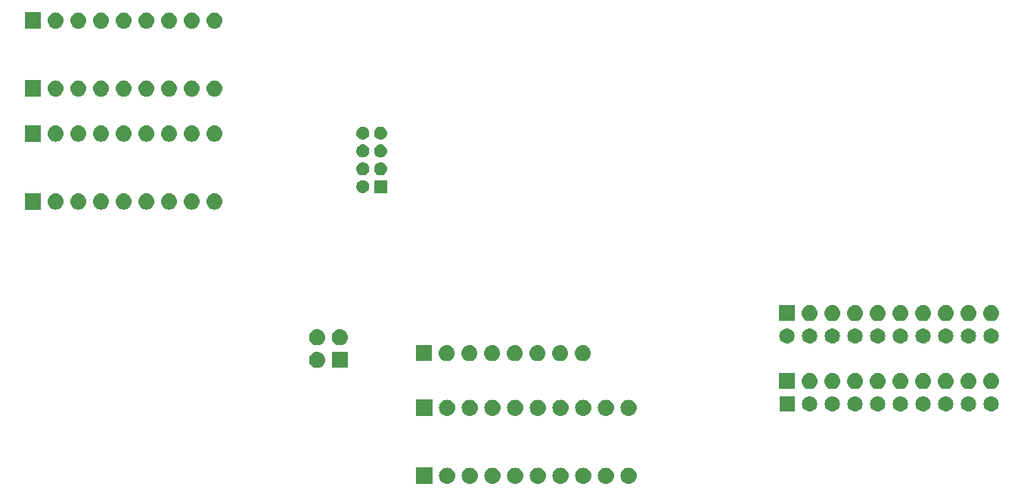
<source format=gbs>
G04 #@! TF.GenerationSoftware,KiCad,Pcbnew,(5.1.0)-1*
G04 #@! TF.CreationDate,2021-03-18T21:25:38+01:00*
G04 #@! TF.ProjectId,Atari simm expansion PLCC,41746172-6920-4736-996d-6d2065787061,rev?*
G04 #@! TF.SameCoordinates,Original*
G04 #@! TF.FileFunction,Soldermask,Bot*
G04 #@! TF.FilePolarity,Negative*
%FSLAX46Y46*%
G04 Gerber Fmt 4.6, Leading zero omitted, Abs format (unit mm)*
G04 Created by KiCad (PCBNEW (5.1.0)-1) date 2021-03-18 21:25:38*
%MOMM*%
%LPD*%
G04 APERTURE LIST*
%ADD10C,0.100000*%
G04 APERTURE END LIST*
D10*
G36*
X172790443Y-123160119D02*
G01*
X172856627Y-123166637D01*
X173026466Y-123218157D01*
X173182991Y-123301822D01*
X173218729Y-123331152D01*
X173320186Y-123414414D01*
X173403448Y-123515871D01*
X173432778Y-123551609D01*
X173516443Y-123708134D01*
X173567963Y-123877973D01*
X173585359Y-124054600D01*
X173567963Y-124231227D01*
X173516443Y-124401066D01*
X173432778Y-124557591D01*
X173403448Y-124593329D01*
X173320186Y-124694786D01*
X173218729Y-124778048D01*
X173182991Y-124807378D01*
X173026466Y-124891043D01*
X172856627Y-124942563D01*
X172790443Y-124949081D01*
X172724260Y-124955600D01*
X172635740Y-124955600D01*
X172569557Y-124949081D01*
X172503373Y-124942563D01*
X172333534Y-124891043D01*
X172177009Y-124807378D01*
X172141271Y-124778048D01*
X172039814Y-124694786D01*
X171956552Y-124593329D01*
X171927222Y-124557591D01*
X171843557Y-124401066D01*
X171792037Y-124231227D01*
X171774641Y-124054600D01*
X171792037Y-123877973D01*
X171843557Y-123708134D01*
X171927222Y-123551609D01*
X171956552Y-123515871D01*
X172039814Y-123414414D01*
X172141271Y-123331152D01*
X172177009Y-123301822D01*
X172333534Y-123218157D01*
X172503373Y-123166637D01*
X172569557Y-123160119D01*
X172635740Y-123153600D01*
X172724260Y-123153600D01*
X172790443Y-123160119D01*
X172790443Y-123160119D01*
G37*
G36*
X170250443Y-123160119D02*
G01*
X170316627Y-123166637D01*
X170486466Y-123218157D01*
X170642991Y-123301822D01*
X170678729Y-123331152D01*
X170780186Y-123414414D01*
X170863448Y-123515871D01*
X170892778Y-123551609D01*
X170976443Y-123708134D01*
X171027963Y-123877973D01*
X171045359Y-124054600D01*
X171027963Y-124231227D01*
X170976443Y-124401066D01*
X170892778Y-124557591D01*
X170863448Y-124593329D01*
X170780186Y-124694786D01*
X170678729Y-124778048D01*
X170642991Y-124807378D01*
X170486466Y-124891043D01*
X170316627Y-124942563D01*
X170250443Y-124949081D01*
X170184260Y-124955600D01*
X170095740Y-124955600D01*
X170029557Y-124949081D01*
X169963373Y-124942563D01*
X169793534Y-124891043D01*
X169637009Y-124807378D01*
X169601271Y-124778048D01*
X169499814Y-124694786D01*
X169416552Y-124593329D01*
X169387222Y-124557591D01*
X169303557Y-124401066D01*
X169252037Y-124231227D01*
X169234641Y-124054600D01*
X169252037Y-123877973D01*
X169303557Y-123708134D01*
X169387222Y-123551609D01*
X169416552Y-123515871D01*
X169499814Y-123414414D01*
X169601271Y-123331152D01*
X169637009Y-123301822D01*
X169793534Y-123218157D01*
X169963373Y-123166637D01*
X170029557Y-123160119D01*
X170095740Y-123153600D01*
X170184260Y-123153600D01*
X170250443Y-123160119D01*
X170250443Y-123160119D01*
G37*
G36*
X167710443Y-123160119D02*
G01*
X167776627Y-123166637D01*
X167946466Y-123218157D01*
X168102991Y-123301822D01*
X168138729Y-123331152D01*
X168240186Y-123414414D01*
X168323448Y-123515871D01*
X168352778Y-123551609D01*
X168436443Y-123708134D01*
X168487963Y-123877973D01*
X168505359Y-124054600D01*
X168487963Y-124231227D01*
X168436443Y-124401066D01*
X168352778Y-124557591D01*
X168323448Y-124593329D01*
X168240186Y-124694786D01*
X168138729Y-124778048D01*
X168102991Y-124807378D01*
X167946466Y-124891043D01*
X167776627Y-124942563D01*
X167710443Y-124949081D01*
X167644260Y-124955600D01*
X167555740Y-124955600D01*
X167489557Y-124949081D01*
X167423373Y-124942563D01*
X167253534Y-124891043D01*
X167097009Y-124807378D01*
X167061271Y-124778048D01*
X166959814Y-124694786D01*
X166876552Y-124593329D01*
X166847222Y-124557591D01*
X166763557Y-124401066D01*
X166712037Y-124231227D01*
X166694641Y-124054600D01*
X166712037Y-123877973D01*
X166763557Y-123708134D01*
X166847222Y-123551609D01*
X166876552Y-123515871D01*
X166959814Y-123414414D01*
X167061271Y-123331152D01*
X167097009Y-123301822D01*
X167253534Y-123218157D01*
X167423373Y-123166637D01*
X167489557Y-123160119D01*
X167555740Y-123153600D01*
X167644260Y-123153600D01*
X167710443Y-123160119D01*
X167710443Y-123160119D01*
G37*
G36*
X165170443Y-123160119D02*
G01*
X165236627Y-123166637D01*
X165406466Y-123218157D01*
X165562991Y-123301822D01*
X165598729Y-123331152D01*
X165700186Y-123414414D01*
X165783448Y-123515871D01*
X165812778Y-123551609D01*
X165896443Y-123708134D01*
X165947963Y-123877973D01*
X165965359Y-124054600D01*
X165947963Y-124231227D01*
X165896443Y-124401066D01*
X165812778Y-124557591D01*
X165783448Y-124593329D01*
X165700186Y-124694786D01*
X165598729Y-124778048D01*
X165562991Y-124807378D01*
X165406466Y-124891043D01*
X165236627Y-124942563D01*
X165170443Y-124949081D01*
X165104260Y-124955600D01*
X165015740Y-124955600D01*
X164949557Y-124949081D01*
X164883373Y-124942563D01*
X164713534Y-124891043D01*
X164557009Y-124807378D01*
X164521271Y-124778048D01*
X164419814Y-124694786D01*
X164336552Y-124593329D01*
X164307222Y-124557591D01*
X164223557Y-124401066D01*
X164172037Y-124231227D01*
X164154641Y-124054600D01*
X164172037Y-123877973D01*
X164223557Y-123708134D01*
X164307222Y-123551609D01*
X164336552Y-123515871D01*
X164419814Y-123414414D01*
X164521271Y-123331152D01*
X164557009Y-123301822D01*
X164713534Y-123218157D01*
X164883373Y-123166637D01*
X164949557Y-123160119D01*
X165015740Y-123153600D01*
X165104260Y-123153600D01*
X165170443Y-123160119D01*
X165170443Y-123160119D01*
G37*
G36*
X160090443Y-123160119D02*
G01*
X160156627Y-123166637D01*
X160326466Y-123218157D01*
X160482991Y-123301822D01*
X160518729Y-123331152D01*
X160620186Y-123414414D01*
X160703448Y-123515871D01*
X160732778Y-123551609D01*
X160816443Y-123708134D01*
X160867963Y-123877973D01*
X160885359Y-124054600D01*
X160867963Y-124231227D01*
X160816443Y-124401066D01*
X160732778Y-124557591D01*
X160703448Y-124593329D01*
X160620186Y-124694786D01*
X160518729Y-124778048D01*
X160482991Y-124807378D01*
X160326466Y-124891043D01*
X160156627Y-124942563D01*
X160090443Y-124949081D01*
X160024260Y-124955600D01*
X159935740Y-124955600D01*
X159869557Y-124949081D01*
X159803373Y-124942563D01*
X159633534Y-124891043D01*
X159477009Y-124807378D01*
X159441271Y-124778048D01*
X159339814Y-124694786D01*
X159256552Y-124593329D01*
X159227222Y-124557591D01*
X159143557Y-124401066D01*
X159092037Y-124231227D01*
X159074641Y-124054600D01*
X159092037Y-123877973D01*
X159143557Y-123708134D01*
X159227222Y-123551609D01*
X159256552Y-123515871D01*
X159339814Y-123414414D01*
X159441271Y-123331152D01*
X159477009Y-123301822D01*
X159633534Y-123218157D01*
X159803373Y-123166637D01*
X159869557Y-123160119D01*
X159935740Y-123153600D01*
X160024260Y-123153600D01*
X160090443Y-123160119D01*
X160090443Y-123160119D01*
G37*
G36*
X157550443Y-123160119D02*
G01*
X157616627Y-123166637D01*
X157786466Y-123218157D01*
X157942991Y-123301822D01*
X157978729Y-123331152D01*
X158080186Y-123414414D01*
X158163448Y-123515871D01*
X158192778Y-123551609D01*
X158276443Y-123708134D01*
X158327963Y-123877973D01*
X158345359Y-124054600D01*
X158327963Y-124231227D01*
X158276443Y-124401066D01*
X158192778Y-124557591D01*
X158163448Y-124593329D01*
X158080186Y-124694786D01*
X157978729Y-124778048D01*
X157942991Y-124807378D01*
X157786466Y-124891043D01*
X157616627Y-124942563D01*
X157550443Y-124949081D01*
X157484260Y-124955600D01*
X157395740Y-124955600D01*
X157329557Y-124949081D01*
X157263373Y-124942563D01*
X157093534Y-124891043D01*
X156937009Y-124807378D01*
X156901271Y-124778048D01*
X156799814Y-124694786D01*
X156716552Y-124593329D01*
X156687222Y-124557591D01*
X156603557Y-124401066D01*
X156552037Y-124231227D01*
X156534641Y-124054600D01*
X156552037Y-123877973D01*
X156603557Y-123708134D01*
X156687222Y-123551609D01*
X156716552Y-123515871D01*
X156799814Y-123414414D01*
X156901271Y-123331152D01*
X156937009Y-123301822D01*
X157093534Y-123218157D01*
X157263373Y-123166637D01*
X157329557Y-123160119D01*
X157395740Y-123153600D01*
X157484260Y-123153600D01*
X157550443Y-123160119D01*
X157550443Y-123160119D01*
G37*
G36*
X155010443Y-123160119D02*
G01*
X155076627Y-123166637D01*
X155246466Y-123218157D01*
X155402991Y-123301822D01*
X155438729Y-123331152D01*
X155540186Y-123414414D01*
X155623448Y-123515871D01*
X155652778Y-123551609D01*
X155736443Y-123708134D01*
X155787963Y-123877973D01*
X155805359Y-124054600D01*
X155787963Y-124231227D01*
X155736443Y-124401066D01*
X155652778Y-124557591D01*
X155623448Y-124593329D01*
X155540186Y-124694786D01*
X155438729Y-124778048D01*
X155402991Y-124807378D01*
X155246466Y-124891043D01*
X155076627Y-124942563D01*
X155010443Y-124949081D01*
X154944260Y-124955600D01*
X154855740Y-124955600D01*
X154789557Y-124949081D01*
X154723373Y-124942563D01*
X154553534Y-124891043D01*
X154397009Y-124807378D01*
X154361271Y-124778048D01*
X154259814Y-124694786D01*
X154176552Y-124593329D01*
X154147222Y-124557591D01*
X154063557Y-124401066D01*
X154012037Y-124231227D01*
X153994641Y-124054600D01*
X154012037Y-123877973D01*
X154063557Y-123708134D01*
X154147222Y-123551609D01*
X154176552Y-123515871D01*
X154259814Y-123414414D01*
X154361271Y-123331152D01*
X154397009Y-123301822D01*
X154553534Y-123218157D01*
X154723373Y-123166637D01*
X154789557Y-123160119D01*
X154855740Y-123153600D01*
X154944260Y-123153600D01*
X155010443Y-123160119D01*
X155010443Y-123160119D01*
G37*
G36*
X152470443Y-123160119D02*
G01*
X152536627Y-123166637D01*
X152706466Y-123218157D01*
X152862991Y-123301822D01*
X152898729Y-123331152D01*
X153000186Y-123414414D01*
X153083448Y-123515871D01*
X153112778Y-123551609D01*
X153196443Y-123708134D01*
X153247963Y-123877973D01*
X153265359Y-124054600D01*
X153247963Y-124231227D01*
X153196443Y-124401066D01*
X153112778Y-124557591D01*
X153083448Y-124593329D01*
X153000186Y-124694786D01*
X152898729Y-124778048D01*
X152862991Y-124807378D01*
X152706466Y-124891043D01*
X152536627Y-124942563D01*
X152470443Y-124949081D01*
X152404260Y-124955600D01*
X152315740Y-124955600D01*
X152249557Y-124949081D01*
X152183373Y-124942563D01*
X152013534Y-124891043D01*
X151857009Y-124807378D01*
X151821271Y-124778048D01*
X151719814Y-124694786D01*
X151636552Y-124593329D01*
X151607222Y-124557591D01*
X151523557Y-124401066D01*
X151472037Y-124231227D01*
X151454641Y-124054600D01*
X151472037Y-123877973D01*
X151523557Y-123708134D01*
X151607222Y-123551609D01*
X151636552Y-123515871D01*
X151719814Y-123414414D01*
X151821271Y-123331152D01*
X151857009Y-123301822D01*
X152013534Y-123218157D01*
X152183373Y-123166637D01*
X152249557Y-123160119D01*
X152315740Y-123153600D01*
X152404260Y-123153600D01*
X152470443Y-123160119D01*
X152470443Y-123160119D01*
G37*
G36*
X150721000Y-124955600D02*
G01*
X148919000Y-124955600D01*
X148919000Y-123153600D01*
X150721000Y-123153600D01*
X150721000Y-124955600D01*
X150721000Y-124955600D01*
G37*
G36*
X162630443Y-123160119D02*
G01*
X162696627Y-123166637D01*
X162866466Y-123218157D01*
X163022991Y-123301822D01*
X163058729Y-123331152D01*
X163160186Y-123414414D01*
X163243448Y-123515871D01*
X163272778Y-123551609D01*
X163356443Y-123708134D01*
X163407963Y-123877973D01*
X163425359Y-124054600D01*
X163407963Y-124231227D01*
X163356443Y-124401066D01*
X163272778Y-124557591D01*
X163243448Y-124593329D01*
X163160186Y-124694786D01*
X163058729Y-124778048D01*
X163022991Y-124807378D01*
X162866466Y-124891043D01*
X162696627Y-124942563D01*
X162630443Y-124949081D01*
X162564260Y-124955600D01*
X162475740Y-124955600D01*
X162409557Y-124949081D01*
X162343373Y-124942563D01*
X162173534Y-124891043D01*
X162017009Y-124807378D01*
X161981271Y-124778048D01*
X161879814Y-124694786D01*
X161796552Y-124593329D01*
X161767222Y-124557591D01*
X161683557Y-124401066D01*
X161632037Y-124231227D01*
X161614641Y-124054600D01*
X161632037Y-123877973D01*
X161683557Y-123708134D01*
X161767222Y-123551609D01*
X161796552Y-123515871D01*
X161879814Y-123414414D01*
X161981271Y-123331152D01*
X162017009Y-123301822D01*
X162173534Y-123218157D01*
X162343373Y-123166637D01*
X162409557Y-123160119D01*
X162475740Y-123153600D01*
X162564260Y-123153600D01*
X162630443Y-123160119D01*
X162630443Y-123160119D01*
G37*
G36*
X170250443Y-115540119D02*
G01*
X170316627Y-115546637D01*
X170486466Y-115598157D01*
X170642991Y-115681822D01*
X170678729Y-115711152D01*
X170780186Y-115794414D01*
X170863448Y-115895871D01*
X170892778Y-115931609D01*
X170976443Y-116088134D01*
X171027963Y-116257973D01*
X171045359Y-116434600D01*
X171027963Y-116611227D01*
X170976443Y-116781066D01*
X170892778Y-116937591D01*
X170863448Y-116973329D01*
X170780186Y-117074786D01*
X170678729Y-117158048D01*
X170642991Y-117187378D01*
X170486466Y-117271043D01*
X170316627Y-117322563D01*
X170250442Y-117329082D01*
X170184260Y-117335600D01*
X170095740Y-117335600D01*
X170029558Y-117329082D01*
X169963373Y-117322563D01*
X169793534Y-117271043D01*
X169637009Y-117187378D01*
X169601271Y-117158048D01*
X169499814Y-117074786D01*
X169416552Y-116973329D01*
X169387222Y-116937591D01*
X169303557Y-116781066D01*
X169252037Y-116611227D01*
X169234641Y-116434600D01*
X169252037Y-116257973D01*
X169303557Y-116088134D01*
X169387222Y-115931609D01*
X169416552Y-115895871D01*
X169499814Y-115794414D01*
X169601271Y-115711152D01*
X169637009Y-115681822D01*
X169793534Y-115598157D01*
X169963373Y-115546637D01*
X170029557Y-115540119D01*
X170095740Y-115533600D01*
X170184260Y-115533600D01*
X170250443Y-115540119D01*
X170250443Y-115540119D01*
G37*
G36*
X150721000Y-117335600D02*
G01*
X148919000Y-117335600D01*
X148919000Y-115533600D01*
X150721000Y-115533600D01*
X150721000Y-117335600D01*
X150721000Y-117335600D01*
G37*
G36*
X172790443Y-115540119D02*
G01*
X172856627Y-115546637D01*
X173026466Y-115598157D01*
X173182991Y-115681822D01*
X173218729Y-115711152D01*
X173320186Y-115794414D01*
X173403448Y-115895871D01*
X173432778Y-115931609D01*
X173516443Y-116088134D01*
X173567963Y-116257973D01*
X173585359Y-116434600D01*
X173567963Y-116611227D01*
X173516443Y-116781066D01*
X173432778Y-116937591D01*
X173403448Y-116973329D01*
X173320186Y-117074786D01*
X173218729Y-117158048D01*
X173182991Y-117187378D01*
X173026466Y-117271043D01*
X172856627Y-117322563D01*
X172790442Y-117329082D01*
X172724260Y-117335600D01*
X172635740Y-117335600D01*
X172569558Y-117329082D01*
X172503373Y-117322563D01*
X172333534Y-117271043D01*
X172177009Y-117187378D01*
X172141271Y-117158048D01*
X172039814Y-117074786D01*
X171956552Y-116973329D01*
X171927222Y-116937591D01*
X171843557Y-116781066D01*
X171792037Y-116611227D01*
X171774641Y-116434600D01*
X171792037Y-116257973D01*
X171843557Y-116088134D01*
X171927222Y-115931609D01*
X171956552Y-115895871D01*
X172039814Y-115794414D01*
X172141271Y-115711152D01*
X172177009Y-115681822D01*
X172333534Y-115598157D01*
X172503373Y-115546637D01*
X172569557Y-115540119D01*
X172635740Y-115533600D01*
X172724260Y-115533600D01*
X172790443Y-115540119D01*
X172790443Y-115540119D01*
G37*
G36*
X167710443Y-115540119D02*
G01*
X167776627Y-115546637D01*
X167946466Y-115598157D01*
X168102991Y-115681822D01*
X168138729Y-115711152D01*
X168240186Y-115794414D01*
X168323448Y-115895871D01*
X168352778Y-115931609D01*
X168436443Y-116088134D01*
X168487963Y-116257973D01*
X168505359Y-116434600D01*
X168487963Y-116611227D01*
X168436443Y-116781066D01*
X168352778Y-116937591D01*
X168323448Y-116973329D01*
X168240186Y-117074786D01*
X168138729Y-117158048D01*
X168102991Y-117187378D01*
X167946466Y-117271043D01*
X167776627Y-117322563D01*
X167710442Y-117329082D01*
X167644260Y-117335600D01*
X167555740Y-117335600D01*
X167489558Y-117329082D01*
X167423373Y-117322563D01*
X167253534Y-117271043D01*
X167097009Y-117187378D01*
X167061271Y-117158048D01*
X166959814Y-117074786D01*
X166876552Y-116973329D01*
X166847222Y-116937591D01*
X166763557Y-116781066D01*
X166712037Y-116611227D01*
X166694641Y-116434600D01*
X166712037Y-116257973D01*
X166763557Y-116088134D01*
X166847222Y-115931609D01*
X166876552Y-115895871D01*
X166959814Y-115794414D01*
X167061271Y-115711152D01*
X167097009Y-115681822D01*
X167253534Y-115598157D01*
X167423373Y-115546637D01*
X167489557Y-115540119D01*
X167555740Y-115533600D01*
X167644260Y-115533600D01*
X167710443Y-115540119D01*
X167710443Y-115540119D01*
G37*
G36*
X165170443Y-115540119D02*
G01*
X165236627Y-115546637D01*
X165406466Y-115598157D01*
X165562991Y-115681822D01*
X165598729Y-115711152D01*
X165700186Y-115794414D01*
X165783448Y-115895871D01*
X165812778Y-115931609D01*
X165896443Y-116088134D01*
X165947963Y-116257973D01*
X165965359Y-116434600D01*
X165947963Y-116611227D01*
X165896443Y-116781066D01*
X165812778Y-116937591D01*
X165783448Y-116973329D01*
X165700186Y-117074786D01*
X165598729Y-117158048D01*
X165562991Y-117187378D01*
X165406466Y-117271043D01*
X165236627Y-117322563D01*
X165170442Y-117329082D01*
X165104260Y-117335600D01*
X165015740Y-117335600D01*
X164949558Y-117329082D01*
X164883373Y-117322563D01*
X164713534Y-117271043D01*
X164557009Y-117187378D01*
X164521271Y-117158048D01*
X164419814Y-117074786D01*
X164336552Y-116973329D01*
X164307222Y-116937591D01*
X164223557Y-116781066D01*
X164172037Y-116611227D01*
X164154641Y-116434600D01*
X164172037Y-116257973D01*
X164223557Y-116088134D01*
X164307222Y-115931609D01*
X164336552Y-115895871D01*
X164419814Y-115794414D01*
X164521271Y-115711152D01*
X164557009Y-115681822D01*
X164713534Y-115598157D01*
X164883373Y-115546637D01*
X164949557Y-115540119D01*
X165015740Y-115533600D01*
X165104260Y-115533600D01*
X165170443Y-115540119D01*
X165170443Y-115540119D01*
G37*
G36*
X162630443Y-115540119D02*
G01*
X162696627Y-115546637D01*
X162866466Y-115598157D01*
X163022991Y-115681822D01*
X163058729Y-115711152D01*
X163160186Y-115794414D01*
X163243448Y-115895871D01*
X163272778Y-115931609D01*
X163356443Y-116088134D01*
X163407963Y-116257973D01*
X163425359Y-116434600D01*
X163407963Y-116611227D01*
X163356443Y-116781066D01*
X163272778Y-116937591D01*
X163243448Y-116973329D01*
X163160186Y-117074786D01*
X163058729Y-117158048D01*
X163022991Y-117187378D01*
X162866466Y-117271043D01*
X162696627Y-117322563D01*
X162630442Y-117329082D01*
X162564260Y-117335600D01*
X162475740Y-117335600D01*
X162409558Y-117329082D01*
X162343373Y-117322563D01*
X162173534Y-117271043D01*
X162017009Y-117187378D01*
X161981271Y-117158048D01*
X161879814Y-117074786D01*
X161796552Y-116973329D01*
X161767222Y-116937591D01*
X161683557Y-116781066D01*
X161632037Y-116611227D01*
X161614641Y-116434600D01*
X161632037Y-116257973D01*
X161683557Y-116088134D01*
X161767222Y-115931609D01*
X161796552Y-115895871D01*
X161879814Y-115794414D01*
X161981271Y-115711152D01*
X162017009Y-115681822D01*
X162173534Y-115598157D01*
X162343373Y-115546637D01*
X162409557Y-115540119D01*
X162475740Y-115533600D01*
X162564260Y-115533600D01*
X162630443Y-115540119D01*
X162630443Y-115540119D01*
G37*
G36*
X160090443Y-115540119D02*
G01*
X160156627Y-115546637D01*
X160326466Y-115598157D01*
X160482991Y-115681822D01*
X160518729Y-115711152D01*
X160620186Y-115794414D01*
X160703448Y-115895871D01*
X160732778Y-115931609D01*
X160816443Y-116088134D01*
X160867963Y-116257973D01*
X160885359Y-116434600D01*
X160867963Y-116611227D01*
X160816443Y-116781066D01*
X160732778Y-116937591D01*
X160703448Y-116973329D01*
X160620186Y-117074786D01*
X160518729Y-117158048D01*
X160482991Y-117187378D01*
X160326466Y-117271043D01*
X160156627Y-117322563D01*
X160090442Y-117329082D01*
X160024260Y-117335600D01*
X159935740Y-117335600D01*
X159869558Y-117329082D01*
X159803373Y-117322563D01*
X159633534Y-117271043D01*
X159477009Y-117187378D01*
X159441271Y-117158048D01*
X159339814Y-117074786D01*
X159256552Y-116973329D01*
X159227222Y-116937591D01*
X159143557Y-116781066D01*
X159092037Y-116611227D01*
X159074641Y-116434600D01*
X159092037Y-116257973D01*
X159143557Y-116088134D01*
X159227222Y-115931609D01*
X159256552Y-115895871D01*
X159339814Y-115794414D01*
X159441271Y-115711152D01*
X159477009Y-115681822D01*
X159633534Y-115598157D01*
X159803373Y-115546637D01*
X159869557Y-115540119D01*
X159935740Y-115533600D01*
X160024260Y-115533600D01*
X160090443Y-115540119D01*
X160090443Y-115540119D01*
G37*
G36*
X157550443Y-115540119D02*
G01*
X157616627Y-115546637D01*
X157786466Y-115598157D01*
X157942991Y-115681822D01*
X157978729Y-115711152D01*
X158080186Y-115794414D01*
X158163448Y-115895871D01*
X158192778Y-115931609D01*
X158276443Y-116088134D01*
X158327963Y-116257973D01*
X158345359Y-116434600D01*
X158327963Y-116611227D01*
X158276443Y-116781066D01*
X158192778Y-116937591D01*
X158163448Y-116973329D01*
X158080186Y-117074786D01*
X157978729Y-117158048D01*
X157942991Y-117187378D01*
X157786466Y-117271043D01*
X157616627Y-117322563D01*
X157550442Y-117329082D01*
X157484260Y-117335600D01*
X157395740Y-117335600D01*
X157329558Y-117329082D01*
X157263373Y-117322563D01*
X157093534Y-117271043D01*
X156937009Y-117187378D01*
X156901271Y-117158048D01*
X156799814Y-117074786D01*
X156716552Y-116973329D01*
X156687222Y-116937591D01*
X156603557Y-116781066D01*
X156552037Y-116611227D01*
X156534641Y-116434600D01*
X156552037Y-116257973D01*
X156603557Y-116088134D01*
X156687222Y-115931609D01*
X156716552Y-115895871D01*
X156799814Y-115794414D01*
X156901271Y-115711152D01*
X156937009Y-115681822D01*
X157093534Y-115598157D01*
X157263373Y-115546637D01*
X157329557Y-115540119D01*
X157395740Y-115533600D01*
X157484260Y-115533600D01*
X157550443Y-115540119D01*
X157550443Y-115540119D01*
G37*
G36*
X152470443Y-115540119D02*
G01*
X152536627Y-115546637D01*
X152706466Y-115598157D01*
X152862991Y-115681822D01*
X152898729Y-115711152D01*
X153000186Y-115794414D01*
X153083448Y-115895871D01*
X153112778Y-115931609D01*
X153196443Y-116088134D01*
X153247963Y-116257973D01*
X153265359Y-116434600D01*
X153247963Y-116611227D01*
X153196443Y-116781066D01*
X153112778Y-116937591D01*
X153083448Y-116973329D01*
X153000186Y-117074786D01*
X152898729Y-117158048D01*
X152862991Y-117187378D01*
X152706466Y-117271043D01*
X152536627Y-117322563D01*
X152470442Y-117329082D01*
X152404260Y-117335600D01*
X152315740Y-117335600D01*
X152249558Y-117329082D01*
X152183373Y-117322563D01*
X152013534Y-117271043D01*
X151857009Y-117187378D01*
X151821271Y-117158048D01*
X151719814Y-117074786D01*
X151636552Y-116973329D01*
X151607222Y-116937591D01*
X151523557Y-116781066D01*
X151472037Y-116611227D01*
X151454641Y-116434600D01*
X151472037Y-116257973D01*
X151523557Y-116088134D01*
X151607222Y-115931609D01*
X151636552Y-115895871D01*
X151719814Y-115794414D01*
X151821271Y-115711152D01*
X151857009Y-115681822D01*
X152013534Y-115598157D01*
X152183373Y-115546637D01*
X152249557Y-115540119D01*
X152315740Y-115533600D01*
X152404260Y-115533600D01*
X152470443Y-115540119D01*
X152470443Y-115540119D01*
G37*
G36*
X155010443Y-115540119D02*
G01*
X155076627Y-115546637D01*
X155246466Y-115598157D01*
X155402991Y-115681822D01*
X155438729Y-115711152D01*
X155540186Y-115794414D01*
X155623448Y-115895871D01*
X155652778Y-115931609D01*
X155736443Y-116088134D01*
X155787963Y-116257973D01*
X155805359Y-116434600D01*
X155787963Y-116611227D01*
X155736443Y-116781066D01*
X155652778Y-116937591D01*
X155623448Y-116973329D01*
X155540186Y-117074786D01*
X155438729Y-117158048D01*
X155402991Y-117187378D01*
X155246466Y-117271043D01*
X155076627Y-117322563D01*
X155010442Y-117329082D01*
X154944260Y-117335600D01*
X154855740Y-117335600D01*
X154789558Y-117329082D01*
X154723373Y-117322563D01*
X154553534Y-117271043D01*
X154397009Y-117187378D01*
X154361271Y-117158048D01*
X154259814Y-117074786D01*
X154176552Y-116973329D01*
X154147222Y-116937591D01*
X154063557Y-116781066D01*
X154012037Y-116611227D01*
X153994641Y-116434600D01*
X154012037Y-116257973D01*
X154063557Y-116088134D01*
X154147222Y-115931609D01*
X154176552Y-115895871D01*
X154259814Y-115794414D01*
X154361271Y-115711152D01*
X154397009Y-115681822D01*
X154553534Y-115598157D01*
X154723373Y-115546637D01*
X154789557Y-115540119D01*
X154855740Y-115533600D01*
X154944260Y-115533600D01*
X155010443Y-115540119D01*
X155010443Y-115540119D01*
G37*
G36*
X213446823Y-115161313D02*
G01*
X213607242Y-115209976D01*
X213739906Y-115280886D01*
X213755078Y-115288996D01*
X213884659Y-115395341D01*
X213991004Y-115524922D01*
X213991005Y-115524924D01*
X214070024Y-115672758D01*
X214118687Y-115833177D01*
X214135117Y-116000000D01*
X214118687Y-116166823D01*
X214070024Y-116327242D01*
X214012640Y-116434600D01*
X213991004Y-116475078D01*
X213884659Y-116604659D01*
X213755078Y-116711004D01*
X213755076Y-116711005D01*
X213607242Y-116790024D01*
X213446823Y-116838687D01*
X213321804Y-116851000D01*
X213238196Y-116851000D01*
X213113177Y-116838687D01*
X212952758Y-116790024D01*
X212804924Y-116711005D01*
X212804922Y-116711004D01*
X212675341Y-116604659D01*
X212568996Y-116475078D01*
X212547360Y-116434600D01*
X212489976Y-116327242D01*
X212441313Y-116166823D01*
X212424883Y-116000000D01*
X212441313Y-115833177D01*
X212489976Y-115672758D01*
X212568995Y-115524924D01*
X212568996Y-115524922D01*
X212675341Y-115395341D01*
X212804922Y-115288996D01*
X212820094Y-115280886D01*
X212952758Y-115209976D01*
X213113177Y-115161313D01*
X213238196Y-115149000D01*
X213321804Y-115149000D01*
X213446823Y-115161313D01*
X213446823Y-115161313D01*
G37*
G36*
X191271000Y-116851000D02*
G01*
X189569000Y-116851000D01*
X189569000Y-115149000D01*
X191271000Y-115149000D01*
X191271000Y-116851000D01*
X191271000Y-116851000D01*
G37*
G36*
X210906823Y-115161313D02*
G01*
X211067242Y-115209976D01*
X211199906Y-115280886D01*
X211215078Y-115288996D01*
X211344659Y-115395341D01*
X211451004Y-115524922D01*
X211451005Y-115524924D01*
X211530024Y-115672758D01*
X211578687Y-115833177D01*
X211595117Y-116000000D01*
X211578687Y-116166823D01*
X211530024Y-116327242D01*
X211472640Y-116434600D01*
X211451004Y-116475078D01*
X211344659Y-116604659D01*
X211215078Y-116711004D01*
X211215076Y-116711005D01*
X211067242Y-116790024D01*
X210906823Y-116838687D01*
X210781804Y-116851000D01*
X210698196Y-116851000D01*
X210573177Y-116838687D01*
X210412758Y-116790024D01*
X210264924Y-116711005D01*
X210264922Y-116711004D01*
X210135341Y-116604659D01*
X210028996Y-116475078D01*
X210007360Y-116434600D01*
X209949976Y-116327242D01*
X209901313Y-116166823D01*
X209884883Y-116000000D01*
X209901313Y-115833177D01*
X209949976Y-115672758D01*
X210028995Y-115524924D01*
X210028996Y-115524922D01*
X210135341Y-115395341D01*
X210264922Y-115288996D01*
X210280094Y-115280886D01*
X210412758Y-115209976D01*
X210573177Y-115161313D01*
X210698196Y-115149000D01*
X210781804Y-115149000D01*
X210906823Y-115161313D01*
X210906823Y-115161313D01*
G37*
G36*
X208366823Y-115161313D02*
G01*
X208527242Y-115209976D01*
X208659906Y-115280886D01*
X208675078Y-115288996D01*
X208804659Y-115395341D01*
X208911004Y-115524922D01*
X208911005Y-115524924D01*
X208990024Y-115672758D01*
X209038687Y-115833177D01*
X209055117Y-116000000D01*
X209038687Y-116166823D01*
X208990024Y-116327242D01*
X208932640Y-116434600D01*
X208911004Y-116475078D01*
X208804659Y-116604659D01*
X208675078Y-116711004D01*
X208675076Y-116711005D01*
X208527242Y-116790024D01*
X208366823Y-116838687D01*
X208241804Y-116851000D01*
X208158196Y-116851000D01*
X208033177Y-116838687D01*
X207872758Y-116790024D01*
X207724924Y-116711005D01*
X207724922Y-116711004D01*
X207595341Y-116604659D01*
X207488996Y-116475078D01*
X207467360Y-116434600D01*
X207409976Y-116327242D01*
X207361313Y-116166823D01*
X207344883Y-116000000D01*
X207361313Y-115833177D01*
X207409976Y-115672758D01*
X207488995Y-115524924D01*
X207488996Y-115524922D01*
X207595341Y-115395341D01*
X207724922Y-115288996D01*
X207740094Y-115280886D01*
X207872758Y-115209976D01*
X208033177Y-115161313D01*
X208158196Y-115149000D01*
X208241804Y-115149000D01*
X208366823Y-115161313D01*
X208366823Y-115161313D01*
G37*
G36*
X205826823Y-115161313D02*
G01*
X205987242Y-115209976D01*
X206119906Y-115280886D01*
X206135078Y-115288996D01*
X206264659Y-115395341D01*
X206371004Y-115524922D01*
X206371005Y-115524924D01*
X206450024Y-115672758D01*
X206498687Y-115833177D01*
X206515117Y-116000000D01*
X206498687Y-116166823D01*
X206450024Y-116327242D01*
X206392640Y-116434600D01*
X206371004Y-116475078D01*
X206264659Y-116604659D01*
X206135078Y-116711004D01*
X206135076Y-116711005D01*
X205987242Y-116790024D01*
X205826823Y-116838687D01*
X205701804Y-116851000D01*
X205618196Y-116851000D01*
X205493177Y-116838687D01*
X205332758Y-116790024D01*
X205184924Y-116711005D01*
X205184922Y-116711004D01*
X205055341Y-116604659D01*
X204948996Y-116475078D01*
X204927360Y-116434600D01*
X204869976Y-116327242D01*
X204821313Y-116166823D01*
X204804883Y-116000000D01*
X204821313Y-115833177D01*
X204869976Y-115672758D01*
X204948995Y-115524924D01*
X204948996Y-115524922D01*
X205055341Y-115395341D01*
X205184922Y-115288996D01*
X205200094Y-115280886D01*
X205332758Y-115209976D01*
X205493177Y-115161313D01*
X205618196Y-115149000D01*
X205701804Y-115149000D01*
X205826823Y-115161313D01*
X205826823Y-115161313D01*
G37*
G36*
X200746823Y-115161313D02*
G01*
X200907242Y-115209976D01*
X201039906Y-115280886D01*
X201055078Y-115288996D01*
X201184659Y-115395341D01*
X201291004Y-115524922D01*
X201291005Y-115524924D01*
X201370024Y-115672758D01*
X201418687Y-115833177D01*
X201435117Y-116000000D01*
X201418687Y-116166823D01*
X201370024Y-116327242D01*
X201312640Y-116434600D01*
X201291004Y-116475078D01*
X201184659Y-116604659D01*
X201055078Y-116711004D01*
X201055076Y-116711005D01*
X200907242Y-116790024D01*
X200746823Y-116838687D01*
X200621804Y-116851000D01*
X200538196Y-116851000D01*
X200413177Y-116838687D01*
X200252758Y-116790024D01*
X200104924Y-116711005D01*
X200104922Y-116711004D01*
X199975341Y-116604659D01*
X199868996Y-116475078D01*
X199847360Y-116434600D01*
X199789976Y-116327242D01*
X199741313Y-116166823D01*
X199724883Y-116000000D01*
X199741313Y-115833177D01*
X199789976Y-115672758D01*
X199868995Y-115524924D01*
X199868996Y-115524922D01*
X199975341Y-115395341D01*
X200104922Y-115288996D01*
X200120094Y-115280886D01*
X200252758Y-115209976D01*
X200413177Y-115161313D01*
X200538196Y-115149000D01*
X200621804Y-115149000D01*
X200746823Y-115161313D01*
X200746823Y-115161313D01*
G37*
G36*
X198206823Y-115161313D02*
G01*
X198367242Y-115209976D01*
X198499906Y-115280886D01*
X198515078Y-115288996D01*
X198644659Y-115395341D01*
X198751004Y-115524922D01*
X198751005Y-115524924D01*
X198830024Y-115672758D01*
X198878687Y-115833177D01*
X198895117Y-116000000D01*
X198878687Y-116166823D01*
X198830024Y-116327242D01*
X198772640Y-116434600D01*
X198751004Y-116475078D01*
X198644659Y-116604659D01*
X198515078Y-116711004D01*
X198515076Y-116711005D01*
X198367242Y-116790024D01*
X198206823Y-116838687D01*
X198081804Y-116851000D01*
X197998196Y-116851000D01*
X197873177Y-116838687D01*
X197712758Y-116790024D01*
X197564924Y-116711005D01*
X197564922Y-116711004D01*
X197435341Y-116604659D01*
X197328996Y-116475078D01*
X197307360Y-116434600D01*
X197249976Y-116327242D01*
X197201313Y-116166823D01*
X197184883Y-116000000D01*
X197201313Y-115833177D01*
X197249976Y-115672758D01*
X197328995Y-115524924D01*
X197328996Y-115524922D01*
X197435341Y-115395341D01*
X197564922Y-115288996D01*
X197580094Y-115280886D01*
X197712758Y-115209976D01*
X197873177Y-115161313D01*
X197998196Y-115149000D01*
X198081804Y-115149000D01*
X198206823Y-115161313D01*
X198206823Y-115161313D01*
G37*
G36*
X195666823Y-115161313D02*
G01*
X195827242Y-115209976D01*
X195959906Y-115280886D01*
X195975078Y-115288996D01*
X196104659Y-115395341D01*
X196211004Y-115524922D01*
X196211005Y-115524924D01*
X196290024Y-115672758D01*
X196338687Y-115833177D01*
X196355117Y-116000000D01*
X196338687Y-116166823D01*
X196290024Y-116327242D01*
X196232640Y-116434600D01*
X196211004Y-116475078D01*
X196104659Y-116604659D01*
X195975078Y-116711004D01*
X195975076Y-116711005D01*
X195827242Y-116790024D01*
X195666823Y-116838687D01*
X195541804Y-116851000D01*
X195458196Y-116851000D01*
X195333177Y-116838687D01*
X195172758Y-116790024D01*
X195024924Y-116711005D01*
X195024922Y-116711004D01*
X194895341Y-116604659D01*
X194788996Y-116475078D01*
X194767360Y-116434600D01*
X194709976Y-116327242D01*
X194661313Y-116166823D01*
X194644883Y-116000000D01*
X194661313Y-115833177D01*
X194709976Y-115672758D01*
X194788995Y-115524924D01*
X194788996Y-115524922D01*
X194895341Y-115395341D01*
X195024922Y-115288996D01*
X195040094Y-115280886D01*
X195172758Y-115209976D01*
X195333177Y-115161313D01*
X195458196Y-115149000D01*
X195541804Y-115149000D01*
X195666823Y-115161313D01*
X195666823Y-115161313D01*
G37*
G36*
X193126823Y-115161313D02*
G01*
X193287242Y-115209976D01*
X193419906Y-115280886D01*
X193435078Y-115288996D01*
X193564659Y-115395341D01*
X193671004Y-115524922D01*
X193671005Y-115524924D01*
X193750024Y-115672758D01*
X193798687Y-115833177D01*
X193815117Y-116000000D01*
X193798687Y-116166823D01*
X193750024Y-116327242D01*
X193692640Y-116434600D01*
X193671004Y-116475078D01*
X193564659Y-116604659D01*
X193435078Y-116711004D01*
X193435076Y-116711005D01*
X193287242Y-116790024D01*
X193126823Y-116838687D01*
X193001804Y-116851000D01*
X192918196Y-116851000D01*
X192793177Y-116838687D01*
X192632758Y-116790024D01*
X192484924Y-116711005D01*
X192484922Y-116711004D01*
X192355341Y-116604659D01*
X192248996Y-116475078D01*
X192227360Y-116434600D01*
X192169976Y-116327242D01*
X192121313Y-116166823D01*
X192104883Y-116000000D01*
X192121313Y-115833177D01*
X192169976Y-115672758D01*
X192248995Y-115524924D01*
X192248996Y-115524922D01*
X192355341Y-115395341D01*
X192484922Y-115288996D01*
X192500094Y-115280886D01*
X192632758Y-115209976D01*
X192793177Y-115161313D01*
X192918196Y-115149000D01*
X193001804Y-115149000D01*
X193126823Y-115161313D01*
X193126823Y-115161313D01*
G37*
G36*
X203286823Y-115161313D02*
G01*
X203447242Y-115209976D01*
X203579906Y-115280886D01*
X203595078Y-115288996D01*
X203724659Y-115395341D01*
X203831004Y-115524922D01*
X203831005Y-115524924D01*
X203910024Y-115672758D01*
X203958687Y-115833177D01*
X203975117Y-116000000D01*
X203958687Y-116166823D01*
X203910024Y-116327242D01*
X203852640Y-116434600D01*
X203831004Y-116475078D01*
X203724659Y-116604659D01*
X203595078Y-116711004D01*
X203595076Y-116711005D01*
X203447242Y-116790024D01*
X203286823Y-116838687D01*
X203161804Y-116851000D01*
X203078196Y-116851000D01*
X202953177Y-116838687D01*
X202792758Y-116790024D01*
X202644924Y-116711005D01*
X202644922Y-116711004D01*
X202515341Y-116604659D01*
X202408996Y-116475078D01*
X202387360Y-116434600D01*
X202329976Y-116327242D01*
X202281313Y-116166823D01*
X202264883Y-116000000D01*
X202281313Y-115833177D01*
X202329976Y-115672758D01*
X202408995Y-115524924D01*
X202408996Y-115524922D01*
X202515341Y-115395341D01*
X202644922Y-115288996D01*
X202660094Y-115280886D01*
X202792758Y-115209976D01*
X202953177Y-115161313D01*
X203078196Y-115149000D01*
X203161804Y-115149000D01*
X203286823Y-115161313D01*
X203286823Y-115161313D01*
G37*
G36*
X213390442Y-112540118D02*
G01*
X213456627Y-112546637D01*
X213626466Y-112598157D01*
X213782991Y-112681822D01*
X213818729Y-112711152D01*
X213920186Y-112794414D01*
X214003448Y-112895871D01*
X214032778Y-112931609D01*
X214116443Y-113088134D01*
X214167963Y-113257973D01*
X214185359Y-113434600D01*
X214167963Y-113611227D01*
X214116443Y-113781066D01*
X214032778Y-113937591D01*
X214003448Y-113973329D01*
X213920186Y-114074786D01*
X213818729Y-114158048D01*
X213782991Y-114187378D01*
X213626466Y-114271043D01*
X213456627Y-114322563D01*
X213390442Y-114329082D01*
X213324260Y-114335600D01*
X213235740Y-114335600D01*
X213169558Y-114329082D01*
X213103373Y-114322563D01*
X212933534Y-114271043D01*
X212777009Y-114187378D01*
X212741271Y-114158048D01*
X212639814Y-114074786D01*
X212556552Y-113973329D01*
X212527222Y-113937591D01*
X212443557Y-113781066D01*
X212392037Y-113611227D01*
X212374641Y-113434600D01*
X212392037Y-113257973D01*
X212443557Y-113088134D01*
X212527222Y-112931609D01*
X212556552Y-112895871D01*
X212639814Y-112794414D01*
X212741271Y-112711152D01*
X212777009Y-112681822D01*
X212933534Y-112598157D01*
X213103373Y-112546637D01*
X213169558Y-112540118D01*
X213235740Y-112533600D01*
X213324260Y-112533600D01*
X213390442Y-112540118D01*
X213390442Y-112540118D01*
G37*
G36*
X191321000Y-114335600D02*
G01*
X189519000Y-114335600D01*
X189519000Y-112533600D01*
X191321000Y-112533600D01*
X191321000Y-114335600D01*
X191321000Y-114335600D01*
G37*
G36*
X193070442Y-112540118D02*
G01*
X193136627Y-112546637D01*
X193306466Y-112598157D01*
X193462991Y-112681822D01*
X193498729Y-112711152D01*
X193600186Y-112794414D01*
X193683448Y-112895871D01*
X193712778Y-112931609D01*
X193796443Y-113088134D01*
X193847963Y-113257973D01*
X193865359Y-113434600D01*
X193847963Y-113611227D01*
X193796443Y-113781066D01*
X193712778Y-113937591D01*
X193683448Y-113973329D01*
X193600186Y-114074786D01*
X193498729Y-114158048D01*
X193462991Y-114187378D01*
X193306466Y-114271043D01*
X193136627Y-114322563D01*
X193070442Y-114329082D01*
X193004260Y-114335600D01*
X192915740Y-114335600D01*
X192849558Y-114329082D01*
X192783373Y-114322563D01*
X192613534Y-114271043D01*
X192457009Y-114187378D01*
X192421271Y-114158048D01*
X192319814Y-114074786D01*
X192236552Y-113973329D01*
X192207222Y-113937591D01*
X192123557Y-113781066D01*
X192072037Y-113611227D01*
X192054641Y-113434600D01*
X192072037Y-113257973D01*
X192123557Y-113088134D01*
X192207222Y-112931609D01*
X192236552Y-112895871D01*
X192319814Y-112794414D01*
X192421271Y-112711152D01*
X192457009Y-112681822D01*
X192613534Y-112598157D01*
X192783373Y-112546637D01*
X192849558Y-112540118D01*
X192915740Y-112533600D01*
X193004260Y-112533600D01*
X193070442Y-112540118D01*
X193070442Y-112540118D01*
G37*
G36*
X195610442Y-112540118D02*
G01*
X195676627Y-112546637D01*
X195846466Y-112598157D01*
X196002991Y-112681822D01*
X196038729Y-112711152D01*
X196140186Y-112794414D01*
X196223448Y-112895871D01*
X196252778Y-112931609D01*
X196336443Y-113088134D01*
X196387963Y-113257973D01*
X196405359Y-113434600D01*
X196387963Y-113611227D01*
X196336443Y-113781066D01*
X196252778Y-113937591D01*
X196223448Y-113973329D01*
X196140186Y-114074786D01*
X196038729Y-114158048D01*
X196002991Y-114187378D01*
X195846466Y-114271043D01*
X195676627Y-114322563D01*
X195610442Y-114329082D01*
X195544260Y-114335600D01*
X195455740Y-114335600D01*
X195389558Y-114329082D01*
X195323373Y-114322563D01*
X195153534Y-114271043D01*
X194997009Y-114187378D01*
X194961271Y-114158048D01*
X194859814Y-114074786D01*
X194776552Y-113973329D01*
X194747222Y-113937591D01*
X194663557Y-113781066D01*
X194612037Y-113611227D01*
X194594641Y-113434600D01*
X194612037Y-113257973D01*
X194663557Y-113088134D01*
X194747222Y-112931609D01*
X194776552Y-112895871D01*
X194859814Y-112794414D01*
X194961271Y-112711152D01*
X194997009Y-112681822D01*
X195153534Y-112598157D01*
X195323373Y-112546637D01*
X195389558Y-112540118D01*
X195455740Y-112533600D01*
X195544260Y-112533600D01*
X195610442Y-112540118D01*
X195610442Y-112540118D01*
G37*
G36*
X198150442Y-112540118D02*
G01*
X198216627Y-112546637D01*
X198386466Y-112598157D01*
X198542991Y-112681822D01*
X198578729Y-112711152D01*
X198680186Y-112794414D01*
X198763448Y-112895871D01*
X198792778Y-112931609D01*
X198876443Y-113088134D01*
X198927963Y-113257973D01*
X198945359Y-113434600D01*
X198927963Y-113611227D01*
X198876443Y-113781066D01*
X198792778Y-113937591D01*
X198763448Y-113973329D01*
X198680186Y-114074786D01*
X198578729Y-114158048D01*
X198542991Y-114187378D01*
X198386466Y-114271043D01*
X198216627Y-114322563D01*
X198150442Y-114329082D01*
X198084260Y-114335600D01*
X197995740Y-114335600D01*
X197929558Y-114329082D01*
X197863373Y-114322563D01*
X197693534Y-114271043D01*
X197537009Y-114187378D01*
X197501271Y-114158048D01*
X197399814Y-114074786D01*
X197316552Y-113973329D01*
X197287222Y-113937591D01*
X197203557Y-113781066D01*
X197152037Y-113611227D01*
X197134641Y-113434600D01*
X197152037Y-113257973D01*
X197203557Y-113088134D01*
X197287222Y-112931609D01*
X197316552Y-112895871D01*
X197399814Y-112794414D01*
X197501271Y-112711152D01*
X197537009Y-112681822D01*
X197693534Y-112598157D01*
X197863373Y-112546637D01*
X197929558Y-112540118D01*
X197995740Y-112533600D01*
X198084260Y-112533600D01*
X198150442Y-112540118D01*
X198150442Y-112540118D01*
G37*
G36*
X200690442Y-112540118D02*
G01*
X200756627Y-112546637D01*
X200926466Y-112598157D01*
X201082991Y-112681822D01*
X201118729Y-112711152D01*
X201220186Y-112794414D01*
X201303448Y-112895871D01*
X201332778Y-112931609D01*
X201416443Y-113088134D01*
X201467963Y-113257973D01*
X201485359Y-113434600D01*
X201467963Y-113611227D01*
X201416443Y-113781066D01*
X201332778Y-113937591D01*
X201303448Y-113973329D01*
X201220186Y-114074786D01*
X201118729Y-114158048D01*
X201082991Y-114187378D01*
X200926466Y-114271043D01*
X200756627Y-114322563D01*
X200690442Y-114329082D01*
X200624260Y-114335600D01*
X200535740Y-114335600D01*
X200469558Y-114329082D01*
X200403373Y-114322563D01*
X200233534Y-114271043D01*
X200077009Y-114187378D01*
X200041271Y-114158048D01*
X199939814Y-114074786D01*
X199856552Y-113973329D01*
X199827222Y-113937591D01*
X199743557Y-113781066D01*
X199692037Y-113611227D01*
X199674641Y-113434600D01*
X199692037Y-113257973D01*
X199743557Y-113088134D01*
X199827222Y-112931609D01*
X199856552Y-112895871D01*
X199939814Y-112794414D01*
X200041271Y-112711152D01*
X200077009Y-112681822D01*
X200233534Y-112598157D01*
X200403373Y-112546637D01*
X200469558Y-112540118D01*
X200535740Y-112533600D01*
X200624260Y-112533600D01*
X200690442Y-112540118D01*
X200690442Y-112540118D01*
G37*
G36*
X203230442Y-112540118D02*
G01*
X203296627Y-112546637D01*
X203466466Y-112598157D01*
X203622991Y-112681822D01*
X203658729Y-112711152D01*
X203760186Y-112794414D01*
X203843448Y-112895871D01*
X203872778Y-112931609D01*
X203956443Y-113088134D01*
X204007963Y-113257973D01*
X204025359Y-113434600D01*
X204007963Y-113611227D01*
X203956443Y-113781066D01*
X203872778Y-113937591D01*
X203843448Y-113973329D01*
X203760186Y-114074786D01*
X203658729Y-114158048D01*
X203622991Y-114187378D01*
X203466466Y-114271043D01*
X203296627Y-114322563D01*
X203230442Y-114329082D01*
X203164260Y-114335600D01*
X203075740Y-114335600D01*
X203009558Y-114329082D01*
X202943373Y-114322563D01*
X202773534Y-114271043D01*
X202617009Y-114187378D01*
X202581271Y-114158048D01*
X202479814Y-114074786D01*
X202396552Y-113973329D01*
X202367222Y-113937591D01*
X202283557Y-113781066D01*
X202232037Y-113611227D01*
X202214641Y-113434600D01*
X202232037Y-113257973D01*
X202283557Y-113088134D01*
X202367222Y-112931609D01*
X202396552Y-112895871D01*
X202479814Y-112794414D01*
X202581271Y-112711152D01*
X202617009Y-112681822D01*
X202773534Y-112598157D01*
X202943373Y-112546637D01*
X203009558Y-112540118D01*
X203075740Y-112533600D01*
X203164260Y-112533600D01*
X203230442Y-112540118D01*
X203230442Y-112540118D01*
G37*
G36*
X205770442Y-112540118D02*
G01*
X205836627Y-112546637D01*
X206006466Y-112598157D01*
X206162991Y-112681822D01*
X206198729Y-112711152D01*
X206300186Y-112794414D01*
X206383448Y-112895871D01*
X206412778Y-112931609D01*
X206496443Y-113088134D01*
X206547963Y-113257973D01*
X206565359Y-113434600D01*
X206547963Y-113611227D01*
X206496443Y-113781066D01*
X206412778Y-113937591D01*
X206383448Y-113973329D01*
X206300186Y-114074786D01*
X206198729Y-114158048D01*
X206162991Y-114187378D01*
X206006466Y-114271043D01*
X205836627Y-114322563D01*
X205770442Y-114329082D01*
X205704260Y-114335600D01*
X205615740Y-114335600D01*
X205549558Y-114329082D01*
X205483373Y-114322563D01*
X205313534Y-114271043D01*
X205157009Y-114187378D01*
X205121271Y-114158048D01*
X205019814Y-114074786D01*
X204936552Y-113973329D01*
X204907222Y-113937591D01*
X204823557Y-113781066D01*
X204772037Y-113611227D01*
X204754641Y-113434600D01*
X204772037Y-113257973D01*
X204823557Y-113088134D01*
X204907222Y-112931609D01*
X204936552Y-112895871D01*
X205019814Y-112794414D01*
X205121271Y-112711152D01*
X205157009Y-112681822D01*
X205313534Y-112598157D01*
X205483373Y-112546637D01*
X205549558Y-112540118D01*
X205615740Y-112533600D01*
X205704260Y-112533600D01*
X205770442Y-112540118D01*
X205770442Y-112540118D01*
G37*
G36*
X208310442Y-112540118D02*
G01*
X208376627Y-112546637D01*
X208546466Y-112598157D01*
X208702991Y-112681822D01*
X208738729Y-112711152D01*
X208840186Y-112794414D01*
X208923448Y-112895871D01*
X208952778Y-112931609D01*
X209036443Y-113088134D01*
X209087963Y-113257973D01*
X209105359Y-113434600D01*
X209087963Y-113611227D01*
X209036443Y-113781066D01*
X208952778Y-113937591D01*
X208923448Y-113973329D01*
X208840186Y-114074786D01*
X208738729Y-114158048D01*
X208702991Y-114187378D01*
X208546466Y-114271043D01*
X208376627Y-114322563D01*
X208310442Y-114329082D01*
X208244260Y-114335600D01*
X208155740Y-114335600D01*
X208089558Y-114329082D01*
X208023373Y-114322563D01*
X207853534Y-114271043D01*
X207697009Y-114187378D01*
X207661271Y-114158048D01*
X207559814Y-114074786D01*
X207476552Y-113973329D01*
X207447222Y-113937591D01*
X207363557Y-113781066D01*
X207312037Y-113611227D01*
X207294641Y-113434600D01*
X207312037Y-113257973D01*
X207363557Y-113088134D01*
X207447222Y-112931609D01*
X207476552Y-112895871D01*
X207559814Y-112794414D01*
X207661271Y-112711152D01*
X207697009Y-112681822D01*
X207853534Y-112598157D01*
X208023373Y-112546637D01*
X208089558Y-112540118D01*
X208155740Y-112533600D01*
X208244260Y-112533600D01*
X208310442Y-112540118D01*
X208310442Y-112540118D01*
G37*
G36*
X210850442Y-112540118D02*
G01*
X210916627Y-112546637D01*
X211086466Y-112598157D01*
X211242991Y-112681822D01*
X211278729Y-112711152D01*
X211380186Y-112794414D01*
X211463448Y-112895871D01*
X211492778Y-112931609D01*
X211576443Y-113088134D01*
X211627963Y-113257973D01*
X211645359Y-113434600D01*
X211627963Y-113611227D01*
X211576443Y-113781066D01*
X211492778Y-113937591D01*
X211463448Y-113973329D01*
X211380186Y-114074786D01*
X211278729Y-114158048D01*
X211242991Y-114187378D01*
X211086466Y-114271043D01*
X210916627Y-114322563D01*
X210850442Y-114329082D01*
X210784260Y-114335600D01*
X210695740Y-114335600D01*
X210629558Y-114329082D01*
X210563373Y-114322563D01*
X210393534Y-114271043D01*
X210237009Y-114187378D01*
X210201271Y-114158048D01*
X210099814Y-114074786D01*
X210016552Y-113973329D01*
X209987222Y-113937591D01*
X209903557Y-113781066D01*
X209852037Y-113611227D01*
X209834641Y-113434600D01*
X209852037Y-113257973D01*
X209903557Y-113088134D01*
X209987222Y-112931609D01*
X210016552Y-112895871D01*
X210099814Y-112794414D01*
X210201271Y-112711152D01*
X210237009Y-112681822D01*
X210393534Y-112598157D01*
X210563373Y-112546637D01*
X210629558Y-112540118D01*
X210695740Y-112533600D01*
X210784260Y-112533600D01*
X210850442Y-112540118D01*
X210850442Y-112540118D01*
G37*
G36*
X137930842Y-110179718D02*
G01*
X137997027Y-110186237D01*
X138166866Y-110237757D01*
X138323391Y-110321422D01*
X138359129Y-110350752D01*
X138460586Y-110434014D01*
X138543848Y-110535471D01*
X138573178Y-110571209D01*
X138656843Y-110727734D01*
X138708363Y-110897573D01*
X138725759Y-111074200D01*
X138708363Y-111250827D01*
X138656843Y-111420666D01*
X138573178Y-111577191D01*
X138543848Y-111612929D01*
X138460586Y-111714386D01*
X138359129Y-111797648D01*
X138323391Y-111826978D01*
X138166866Y-111910643D01*
X137997027Y-111962163D01*
X137930843Y-111968681D01*
X137864660Y-111975200D01*
X137776140Y-111975200D01*
X137709957Y-111968681D01*
X137643773Y-111962163D01*
X137473934Y-111910643D01*
X137317409Y-111826978D01*
X137281671Y-111797648D01*
X137180214Y-111714386D01*
X137096952Y-111612929D01*
X137067622Y-111577191D01*
X136983957Y-111420666D01*
X136932437Y-111250827D01*
X136915041Y-111074200D01*
X136932437Y-110897573D01*
X136983957Y-110727734D01*
X137067622Y-110571209D01*
X137096952Y-110535471D01*
X137180214Y-110434014D01*
X137281671Y-110350752D01*
X137317409Y-110321422D01*
X137473934Y-110237757D01*
X137643773Y-110186237D01*
X137709958Y-110179718D01*
X137776140Y-110173200D01*
X137864660Y-110173200D01*
X137930842Y-110179718D01*
X137930842Y-110179718D01*
G37*
G36*
X141261400Y-111975200D02*
G01*
X139459400Y-111975200D01*
X139459400Y-110173200D01*
X141261400Y-110173200D01*
X141261400Y-111975200D01*
X141261400Y-111975200D01*
G37*
G36*
X165134243Y-109417719D02*
G01*
X165200427Y-109424237D01*
X165370266Y-109475757D01*
X165526791Y-109559422D01*
X165562529Y-109588752D01*
X165663986Y-109672014D01*
X165747248Y-109773471D01*
X165776578Y-109809209D01*
X165860243Y-109965734D01*
X165911763Y-110135573D01*
X165929159Y-110312200D01*
X165911763Y-110488827D01*
X165860243Y-110658666D01*
X165776578Y-110815191D01*
X165747248Y-110850929D01*
X165663986Y-110952386D01*
X165562529Y-111035648D01*
X165526791Y-111064978D01*
X165370266Y-111148643D01*
X165200427Y-111200163D01*
X165134242Y-111206682D01*
X165068060Y-111213200D01*
X164979540Y-111213200D01*
X164913358Y-111206682D01*
X164847173Y-111200163D01*
X164677334Y-111148643D01*
X164520809Y-111064978D01*
X164485071Y-111035648D01*
X164383614Y-110952386D01*
X164300352Y-110850929D01*
X164271022Y-110815191D01*
X164187357Y-110658666D01*
X164135837Y-110488827D01*
X164118441Y-110312200D01*
X164135837Y-110135573D01*
X164187357Y-109965734D01*
X164271022Y-109809209D01*
X164300352Y-109773471D01*
X164383614Y-109672014D01*
X164485071Y-109588752D01*
X164520809Y-109559422D01*
X164677334Y-109475757D01*
X164847173Y-109424237D01*
X164913357Y-109417719D01*
X164979540Y-109411200D01*
X165068060Y-109411200D01*
X165134243Y-109417719D01*
X165134243Y-109417719D01*
G37*
G36*
X162594243Y-109417719D02*
G01*
X162660427Y-109424237D01*
X162830266Y-109475757D01*
X162986791Y-109559422D01*
X163022529Y-109588752D01*
X163123986Y-109672014D01*
X163207248Y-109773471D01*
X163236578Y-109809209D01*
X163320243Y-109965734D01*
X163371763Y-110135573D01*
X163389159Y-110312200D01*
X163371763Y-110488827D01*
X163320243Y-110658666D01*
X163236578Y-110815191D01*
X163207248Y-110850929D01*
X163123986Y-110952386D01*
X163022529Y-111035648D01*
X162986791Y-111064978D01*
X162830266Y-111148643D01*
X162660427Y-111200163D01*
X162594242Y-111206682D01*
X162528060Y-111213200D01*
X162439540Y-111213200D01*
X162373358Y-111206682D01*
X162307173Y-111200163D01*
X162137334Y-111148643D01*
X161980809Y-111064978D01*
X161945071Y-111035648D01*
X161843614Y-110952386D01*
X161760352Y-110850929D01*
X161731022Y-110815191D01*
X161647357Y-110658666D01*
X161595837Y-110488827D01*
X161578441Y-110312200D01*
X161595837Y-110135573D01*
X161647357Y-109965734D01*
X161731022Y-109809209D01*
X161760352Y-109773471D01*
X161843614Y-109672014D01*
X161945071Y-109588752D01*
X161980809Y-109559422D01*
X162137334Y-109475757D01*
X162307173Y-109424237D01*
X162373357Y-109417719D01*
X162439540Y-109411200D01*
X162528060Y-109411200D01*
X162594243Y-109417719D01*
X162594243Y-109417719D01*
G37*
G36*
X160054243Y-109417719D02*
G01*
X160120427Y-109424237D01*
X160290266Y-109475757D01*
X160446791Y-109559422D01*
X160482529Y-109588752D01*
X160583986Y-109672014D01*
X160667248Y-109773471D01*
X160696578Y-109809209D01*
X160780243Y-109965734D01*
X160831763Y-110135573D01*
X160849159Y-110312200D01*
X160831763Y-110488827D01*
X160780243Y-110658666D01*
X160696578Y-110815191D01*
X160667248Y-110850929D01*
X160583986Y-110952386D01*
X160482529Y-111035648D01*
X160446791Y-111064978D01*
X160290266Y-111148643D01*
X160120427Y-111200163D01*
X160054242Y-111206682D01*
X159988060Y-111213200D01*
X159899540Y-111213200D01*
X159833358Y-111206682D01*
X159767173Y-111200163D01*
X159597334Y-111148643D01*
X159440809Y-111064978D01*
X159405071Y-111035648D01*
X159303614Y-110952386D01*
X159220352Y-110850929D01*
X159191022Y-110815191D01*
X159107357Y-110658666D01*
X159055837Y-110488827D01*
X159038441Y-110312200D01*
X159055837Y-110135573D01*
X159107357Y-109965734D01*
X159191022Y-109809209D01*
X159220352Y-109773471D01*
X159303614Y-109672014D01*
X159405071Y-109588752D01*
X159440809Y-109559422D01*
X159597334Y-109475757D01*
X159767173Y-109424237D01*
X159833357Y-109417719D01*
X159899540Y-109411200D01*
X159988060Y-109411200D01*
X160054243Y-109417719D01*
X160054243Y-109417719D01*
G37*
G36*
X157514243Y-109417719D02*
G01*
X157580427Y-109424237D01*
X157750266Y-109475757D01*
X157906791Y-109559422D01*
X157942529Y-109588752D01*
X158043986Y-109672014D01*
X158127248Y-109773471D01*
X158156578Y-109809209D01*
X158240243Y-109965734D01*
X158291763Y-110135573D01*
X158309159Y-110312200D01*
X158291763Y-110488827D01*
X158240243Y-110658666D01*
X158156578Y-110815191D01*
X158127248Y-110850929D01*
X158043986Y-110952386D01*
X157942529Y-111035648D01*
X157906791Y-111064978D01*
X157750266Y-111148643D01*
X157580427Y-111200163D01*
X157514242Y-111206682D01*
X157448060Y-111213200D01*
X157359540Y-111213200D01*
X157293358Y-111206682D01*
X157227173Y-111200163D01*
X157057334Y-111148643D01*
X156900809Y-111064978D01*
X156865071Y-111035648D01*
X156763614Y-110952386D01*
X156680352Y-110850929D01*
X156651022Y-110815191D01*
X156567357Y-110658666D01*
X156515837Y-110488827D01*
X156498441Y-110312200D01*
X156515837Y-110135573D01*
X156567357Y-109965734D01*
X156651022Y-109809209D01*
X156680352Y-109773471D01*
X156763614Y-109672014D01*
X156865071Y-109588752D01*
X156900809Y-109559422D01*
X157057334Y-109475757D01*
X157227173Y-109424237D01*
X157293357Y-109417719D01*
X157359540Y-109411200D01*
X157448060Y-109411200D01*
X157514243Y-109417719D01*
X157514243Y-109417719D01*
G37*
G36*
X154974243Y-109417719D02*
G01*
X155040427Y-109424237D01*
X155210266Y-109475757D01*
X155366791Y-109559422D01*
X155402529Y-109588752D01*
X155503986Y-109672014D01*
X155587248Y-109773471D01*
X155616578Y-109809209D01*
X155700243Y-109965734D01*
X155751763Y-110135573D01*
X155769159Y-110312200D01*
X155751763Y-110488827D01*
X155700243Y-110658666D01*
X155616578Y-110815191D01*
X155587248Y-110850929D01*
X155503986Y-110952386D01*
X155402529Y-111035648D01*
X155366791Y-111064978D01*
X155210266Y-111148643D01*
X155040427Y-111200163D01*
X154974242Y-111206682D01*
X154908060Y-111213200D01*
X154819540Y-111213200D01*
X154753358Y-111206682D01*
X154687173Y-111200163D01*
X154517334Y-111148643D01*
X154360809Y-111064978D01*
X154325071Y-111035648D01*
X154223614Y-110952386D01*
X154140352Y-110850929D01*
X154111022Y-110815191D01*
X154027357Y-110658666D01*
X153975837Y-110488827D01*
X153958441Y-110312200D01*
X153975837Y-110135573D01*
X154027357Y-109965734D01*
X154111022Y-109809209D01*
X154140352Y-109773471D01*
X154223614Y-109672014D01*
X154325071Y-109588752D01*
X154360809Y-109559422D01*
X154517334Y-109475757D01*
X154687173Y-109424237D01*
X154753357Y-109417719D01*
X154819540Y-109411200D01*
X154908060Y-109411200D01*
X154974243Y-109417719D01*
X154974243Y-109417719D01*
G37*
G36*
X152434243Y-109417719D02*
G01*
X152500427Y-109424237D01*
X152670266Y-109475757D01*
X152826791Y-109559422D01*
X152862529Y-109588752D01*
X152963986Y-109672014D01*
X153047248Y-109773471D01*
X153076578Y-109809209D01*
X153160243Y-109965734D01*
X153211763Y-110135573D01*
X153229159Y-110312200D01*
X153211763Y-110488827D01*
X153160243Y-110658666D01*
X153076578Y-110815191D01*
X153047248Y-110850929D01*
X152963986Y-110952386D01*
X152862529Y-111035648D01*
X152826791Y-111064978D01*
X152670266Y-111148643D01*
X152500427Y-111200163D01*
X152434242Y-111206682D01*
X152368060Y-111213200D01*
X152279540Y-111213200D01*
X152213358Y-111206682D01*
X152147173Y-111200163D01*
X151977334Y-111148643D01*
X151820809Y-111064978D01*
X151785071Y-111035648D01*
X151683614Y-110952386D01*
X151600352Y-110850929D01*
X151571022Y-110815191D01*
X151487357Y-110658666D01*
X151435837Y-110488827D01*
X151418441Y-110312200D01*
X151435837Y-110135573D01*
X151487357Y-109965734D01*
X151571022Y-109809209D01*
X151600352Y-109773471D01*
X151683614Y-109672014D01*
X151785071Y-109588752D01*
X151820809Y-109559422D01*
X151977334Y-109475757D01*
X152147173Y-109424237D01*
X152213357Y-109417719D01*
X152279540Y-109411200D01*
X152368060Y-109411200D01*
X152434243Y-109417719D01*
X152434243Y-109417719D01*
G37*
G36*
X150684800Y-111213200D02*
G01*
X148882800Y-111213200D01*
X148882800Y-109411200D01*
X150684800Y-109411200D01*
X150684800Y-111213200D01*
X150684800Y-111213200D01*
G37*
G36*
X167674243Y-109417719D02*
G01*
X167740427Y-109424237D01*
X167910266Y-109475757D01*
X168066791Y-109559422D01*
X168102529Y-109588752D01*
X168203986Y-109672014D01*
X168287248Y-109773471D01*
X168316578Y-109809209D01*
X168400243Y-109965734D01*
X168451763Y-110135573D01*
X168469159Y-110312200D01*
X168451763Y-110488827D01*
X168400243Y-110658666D01*
X168316578Y-110815191D01*
X168287248Y-110850929D01*
X168203986Y-110952386D01*
X168102529Y-111035648D01*
X168066791Y-111064978D01*
X167910266Y-111148643D01*
X167740427Y-111200163D01*
X167674242Y-111206682D01*
X167608060Y-111213200D01*
X167519540Y-111213200D01*
X167453358Y-111206682D01*
X167387173Y-111200163D01*
X167217334Y-111148643D01*
X167060809Y-111064978D01*
X167025071Y-111035648D01*
X166923614Y-110952386D01*
X166840352Y-110850929D01*
X166811022Y-110815191D01*
X166727357Y-110658666D01*
X166675837Y-110488827D01*
X166658441Y-110312200D01*
X166675837Y-110135573D01*
X166727357Y-109965734D01*
X166811022Y-109809209D01*
X166840352Y-109773471D01*
X166923614Y-109672014D01*
X167025071Y-109588752D01*
X167060809Y-109559422D01*
X167217334Y-109475757D01*
X167387173Y-109424237D01*
X167453357Y-109417719D01*
X167519540Y-109411200D01*
X167608060Y-109411200D01*
X167674243Y-109417719D01*
X167674243Y-109417719D01*
G37*
G36*
X140470842Y-107639718D02*
G01*
X140537027Y-107646237D01*
X140706866Y-107697757D01*
X140863391Y-107781422D01*
X140899129Y-107810752D01*
X141000586Y-107894014D01*
X141083848Y-107995471D01*
X141113178Y-108031209D01*
X141196843Y-108187734D01*
X141248363Y-108357573D01*
X141265759Y-108534200D01*
X141248363Y-108710827D01*
X141196843Y-108880666D01*
X141113178Y-109037191D01*
X141083848Y-109072929D01*
X141000586Y-109174386D01*
X140899129Y-109257648D01*
X140863391Y-109286978D01*
X140706866Y-109370643D01*
X140537027Y-109422163D01*
X140470843Y-109428681D01*
X140404660Y-109435200D01*
X140316140Y-109435200D01*
X140249957Y-109428681D01*
X140183773Y-109422163D01*
X140013934Y-109370643D01*
X139857409Y-109286978D01*
X139821671Y-109257648D01*
X139720214Y-109174386D01*
X139636952Y-109072929D01*
X139607622Y-109037191D01*
X139523957Y-108880666D01*
X139472437Y-108710827D01*
X139455041Y-108534200D01*
X139472437Y-108357573D01*
X139523957Y-108187734D01*
X139607622Y-108031209D01*
X139636952Y-107995471D01*
X139720214Y-107894014D01*
X139821671Y-107810752D01*
X139857409Y-107781422D01*
X140013934Y-107697757D01*
X140183773Y-107646237D01*
X140249958Y-107639718D01*
X140316140Y-107633200D01*
X140404660Y-107633200D01*
X140470842Y-107639718D01*
X140470842Y-107639718D01*
G37*
G36*
X137930842Y-107639718D02*
G01*
X137997027Y-107646237D01*
X138166866Y-107697757D01*
X138323391Y-107781422D01*
X138359129Y-107810752D01*
X138460586Y-107894014D01*
X138543848Y-107995471D01*
X138573178Y-108031209D01*
X138656843Y-108187734D01*
X138708363Y-108357573D01*
X138725759Y-108534200D01*
X138708363Y-108710827D01*
X138656843Y-108880666D01*
X138573178Y-109037191D01*
X138543848Y-109072929D01*
X138460586Y-109174386D01*
X138359129Y-109257648D01*
X138323391Y-109286978D01*
X138166866Y-109370643D01*
X137997027Y-109422163D01*
X137930843Y-109428681D01*
X137864660Y-109435200D01*
X137776140Y-109435200D01*
X137709957Y-109428681D01*
X137643773Y-109422163D01*
X137473934Y-109370643D01*
X137317409Y-109286978D01*
X137281671Y-109257648D01*
X137180214Y-109174386D01*
X137096952Y-109072929D01*
X137067622Y-109037191D01*
X136983957Y-108880666D01*
X136932437Y-108710827D01*
X136915041Y-108534200D01*
X136932437Y-108357573D01*
X136983957Y-108187734D01*
X137067622Y-108031209D01*
X137096952Y-107995471D01*
X137180214Y-107894014D01*
X137281671Y-107810752D01*
X137317409Y-107781422D01*
X137473934Y-107697757D01*
X137643773Y-107646237D01*
X137709958Y-107639718D01*
X137776140Y-107633200D01*
X137864660Y-107633200D01*
X137930842Y-107639718D01*
X137930842Y-107639718D01*
G37*
G36*
X213446823Y-107541313D02*
G01*
X213607242Y-107589976D01*
X213688108Y-107633200D01*
X213755078Y-107668996D01*
X213884659Y-107775341D01*
X213991004Y-107904922D01*
X213991005Y-107904924D01*
X214070024Y-108052758D01*
X214118687Y-108213177D01*
X214135117Y-108380000D01*
X214118687Y-108546823D01*
X214070024Y-108707242D01*
X213999114Y-108839906D01*
X213991004Y-108855078D01*
X213884659Y-108984659D01*
X213755078Y-109091004D01*
X213755076Y-109091005D01*
X213607242Y-109170024D01*
X213446823Y-109218687D01*
X213321804Y-109231000D01*
X213238196Y-109231000D01*
X213113177Y-109218687D01*
X212952758Y-109170024D01*
X212804924Y-109091005D01*
X212804922Y-109091004D01*
X212675341Y-108984659D01*
X212568996Y-108855078D01*
X212560886Y-108839906D01*
X212489976Y-108707242D01*
X212441313Y-108546823D01*
X212424883Y-108380000D01*
X212441313Y-108213177D01*
X212489976Y-108052758D01*
X212568995Y-107904924D01*
X212568996Y-107904922D01*
X212675341Y-107775341D01*
X212804922Y-107668996D01*
X212871892Y-107633200D01*
X212952758Y-107589976D01*
X213113177Y-107541313D01*
X213238196Y-107529000D01*
X213321804Y-107529000D01*
X213446823Y-107541313D01*
X213446823Y-107541313D01*
G37*
G36*
X210906823Y-107541313D02*
G01*
X211067242Y-107589976D01*
X211148108Y-107633200D01*
X211215078Y-107668996D01*
X211344659Y-107775341D01*
X211451004Y-107904922D01*
X211451005Y-107904924D01*
X211530024Y-108052758D01*
X211578687Y-108213177D01*
X211595117Y-108380000D01*
X211578687Y-108546823D01*
X211530024Y-108707242D01*
X211459114Y-108839906D01*
X211451004Y-108855078D01*
X211344659Y-108984659D01*
X211215078Y-109091004D01*
X211215076Y-109091005D01*
X211067242Y-109170024D01*
X210906823Y-109218687D01*
X210781804Y-109231000D01*
X210698196Y-109231000D01*
X210573177Y-109218687D01*
X210412758Y-109170024D01*
X210264924Y-109091005D01*
X210264922Y-109091004D01*
X210135341Y-108984659D01*
X210028996Y-108855078D01*
X210020886Y-108839906D01*
X209949976Y-108707242D01*
X209901313Y-108546823D01*
X209884883Y-108380000D01*
X209901313Y-108213177D01*
X209949976Y-108052758D01*
X210028995Y-107904924D01*
X210028996Y-107904922D01*
X210135341Y-107775341D01*
X210264922Y-107668996D01*
X210331892Y-107633200D01*
X210412758Y-107589976D01*
X210573177Y-107541313D01*
X210698196Y-107529000D01*
X210781804Y-107529000D01*
X210906823Y-107541313D01*
X210906823Y-107541313D01*
G37*
G36*
X205826823Y-107541313D02*
G01*
X205987242Y-107589976D01*
X206068108Y-107633200D01*
X206135078Y-107668996D01*
X206264659Y-107775341D01*
X206371004Y-107904922D01*
X206371005Y-107904924D01*
X206450024Y-108052758D01*
X206498687Y-108213177D01*
X206515117Y-108380000D01*
X206498687Y-108546823D01*
X206450024Y-108707242D01*
X206379114Y-108839906D01*
X206371004Y-108855078D01*
X206264659Y-108984659D01*
X206135078Y-109091004D01*
X206135076Y-109091005D01*
X205987242Y-109170024D01*
X205826823Y-109218687D01*
X205701804Y-109231000D01*
X205618196Y-109231000D01*
X205493177Y-109218687D01*
X205332758Y-109170024D01*
X205184924Y-109091005D01*
X205184922Y-109091004D01*
X205055341Y-108984659D01*
X204948996Y-108855078D01*
X204940886Y-108839906D01*
X204869976Y-108707242D01*
X204821313Y-108546823D01*
X204804883Y-108380000D01*
X204821313Y-108213177D01*
X204869976Y-108052758D01*
X204948995Y-107904924D01*
X204948996Y-107904922D01*
X205055341Y-107775341D01*
X205184922Y-107668996D01*
X205251892Y-107633200D01*
X205332758Y-107589976D01*
X205493177Y-107541313D01*
X205618196Y-107529000D01*
X205701804Y-107529000D01*
X205826823Y-107541313D01*
X205826823Y-107541313D01*
G37*
G36*
X203286823Y-107541313D02*
G01*
X203447242Y-107589976D01*
X203528108Y-107633200D01*
X203595078Y-107668996D01*
X203724659Y-107775341D01*
X203831004Y-107904922D01*
X203831005Y-107904924D01*
X203910024Y-108052758D01*
X203958687Y-108213177D01*
X203975117Y-108380000D01*
X203958687Y-108546823D01*
X203910024Y-108707242D01*
X203839114Y-108839906D01*
X203831004Y-108855078D01*
X203724659Y-108984659D01*
X203595078Y-109091004D01*
X203595076Y-109091005D01*
X203447242Y-109170024D01*
X203286823Y-109218687D01*
X203161804Y-109231000D01*
X203078196Y-109231000D01*
X202953177Y-109218687D01*
X202792758Y-109170024D01*
X202644924Y-109091005D01*
X202644922Y-109091004D01*
X202515341Y-108984659D01*
X202408996Y-108855078D01*
X202400886Y-108839906D01*
X202329976Y-108707242D01*
X202281313Y-108546823D01*
X202264883Y-108380000D01*
X202281313Y-108213177D01*
X202329976Y-108052758D01*
X202408995Y-107904924D01*
X202408996Y-107904922D01*
X202515341Y-107775341D01*
X202644922Y-107668996D01*
X202711892Y-107633200D01*
X202792758Y-107589976D01*
X202953177Y-107541313D01*
X203078196Y-107529000D01*
X203161804Y-107529000D01*
X203286823Y-107541313D01*
X203286823Y-107541313D01*
G37*
G36*
X190586823Y-107541313D02*
G01*
X190747242Y-107589976D01*
X190828108Y-107633200D01*
X190895078Y-107668996D01*
X191024659Y-107775341D01*
X191131004Y-107904922D01*
X191131005Y-107904924D01*
X191210024Y-108052758D01*
X191258687Y-108213177D01*
X191275117Y-108380000D01*
X191258687Y-108546823D01*
X191210024Y-108707242D01*
X191139114Y-108839906D01*
X191131004Y-108855078D01*
X191024659Y-108984659D01*
X190895078Y-109091004D01*
X190895076Y-109091005D01*
X190747242Y-109170024D01*
X190586823Y-109218687D01*
X190461804Y-109231000D01*
X190378196Y-109231000D01*
X190253177Y-109218687D01*
X190092758Y-109170024D01*
X189944924Y-109091005D01*
X189944922Y-109091004D01*
X189815341Y-108984659D01*
X189708996Y-108855078D01*
X189700886Y-108839906D01*
X189629976Y-108707242D01*
X189581313Y-108546823D01*
X189564883Y-108380000D01*
X189581313Y-108213177D01*
X189629976Y-108052758D01*
X189708995Y-107904924D01*
X189708996Y-107904922D01*
X189815341Y-107775341D01*
X189944922Y-107668996D01*
X190011892Y-107633200D01*
X190092758Y-107589976D01*
X190253177Y-107541313D01*
X190378196Y-107529000D01*
X190461804Y-107529000D01*
X190586823Y-107541313D01*
X190586823Y-107541313D01*
G37*
G36*
X208366823Y-107541313D02*
G01*
X208527242Y-107589976D01*
X208608108Y-107633200D01*
X208675078Y-107668996D01*
X208804659Y-107775341D01*
X208911004Y-107904922D01*
X208911005Y-107904924D01*
X208990024Y-108052758D01*
X209038687Y-108213177D01*
X209055117Y-108380000D01*
X209038687Y-108546823D01*
X208990024Y-108707242D01*
X208919114Y-108839906D01*
X208911004Y-108855078D01*
X208804659Y-108984659D01*
X208675078Y-109091004D01*
X208675076Y-109091005D01*
X208527242Y-109170024D01*
X208366823Y-109218687D01*
X208241804Y-109231000D01*
X208158196Y-109231000D01*
X208033177Y-109218687D01*
X207872758Y-109170024D01*
X207724924Y-109091005D01*
X207724922Y-109091004D01*
X207595341Y-108984659D01*
X207488996Y-108855078D01*
X207480886Y-108839906D01*
X207409976Y-108707242D01*
X207361313Y-108546823D01*
X207344883Y-108380000D01*
X207361313Y-108213177D01*
X207409976Y-108052758D01*
X207488995Y-107904924D01*
X207488996Y-107904922D01*
X207595341Y-107775341D01*
X207724922Y-107668996D01*
X207791892Y-107633200D01*
X207872758Y-107589976D01*
X208033177Y-107541313D01*
X208158196Y-107529000D01*
X208241804Y-107529000D01*
X208366823Y-107541313D01*
X208366823Y-107541313D01*
G37*
G36*
X193126823Y-107541313D02*
G01*
X193287242Y-107589976D01*
X193368108Y-107633200D01*
X193435078Y-107668996D01*
X193564659Y-107775341D01*
X193671004Y-107904922D01*
X193671005Y-107904924D01*
X193750024Y-108052758D01*
X193798687Y-108213177D01*
X193815117Y-108380000D01*
X193798687Y-108546823D01*
X193750024Y-108707242D01*
X193679114Y-108839906D01*
X193671004Y-108855078D01*
X193564659Y-108984659D01*
X193435078Y-109091004D01*
X193435076Y-109091005D01*
X193287242Y-109170024D01*
X193126823Y-109218687D01*
X193001804Y-109231000D01*
X192918196Y-109231000D01*
X192793177Y-109218687D01*
X192632758Y-109170024D01*
X192484924Y-109091005D01*
X192484922Y-109091004D01*
X192355341Y-108984659D01*
X192248996Y-108855078D01*
X192240886Y-108839906D01*
X192169976Y-108707242D01*
X192121313Y-108546823D01*
X192104883Y-108380000D01*
X192121313Y-108213177D01*
X192169976Y-108052758D01*
X192248995Y-107904924D01*
X192248996Y-107904922D01*
X192355341Y-107775341D01*
X192484922Y-107668996D01*
X192551892Y-107633200D01*
X192632758Y-107589976D01*
X192793177Y-107541313D01*
X192918196Y-107529000D01*
X193001804Y-107529000D01*
X193126823Y-107541313D01*
X193126823Y-107541313D01*
G37*
G36*
X198206823Y-107541313D02*
G01*
X198367242Y-107589976D01*
X198448108Y-107633200D01*
X198515078Y-107668996D01*
X198644659Y-107775341D01*
X198751004Y-107904922D01*
X198751005Y-107904924D01*
X198830024Y-108052758D01*
X198878687Y-108213177D01*
X198895117Y-108380000D01*
X198878687Y-108546823D01*
X198830024Y-108707242D01*
X198759114Y-108839906D01*
X198751004Y-108855078D01*
X198644659Y-108984659D01*
X198515078Y-109091004D01*
X198515076Y-109091005D01*
X198367242Y-109170024D01*
X198206823Y-109218687D01*
X198081804Y-109231000D01*
X197998196Y-109231000D01*
X197873177Y-109218687D01*
X197712758Y-109170024D01*
X197564924Y-109091005D01*
X197564922Y-109091004D01*
X197435341Y-108984659D01*
X197328996Y-108855078D01*
X197320886Y-108839906D01*
X197249976Y-108707242D01*
X197201313Y-108546823D01*
X197184883Y-108380000D01*
X197201313Y-108213177D01*
X197249976Y-108052758D01*
X197328995Y-107904924D01*
X197328996Y-107904922D01*
X197435341Y-107775341D01*
X197564922Y-107668996D01*
X197631892Y-107633200D01*
X197712758Y-107589976D01*
X197873177Y-107541313D01*
X197998196Y-107529000D01*
X198081804Y-107529000D01*
X198206823Y-107541313D01*
X198206823Y-107541313D01*
G37*
G36*
X200746823Y-107541313D02*
G01*
X200907242Y-107589976D01*
X200988108Y-107633200D01*
X201055078Y-107668996D01*
X201184659Y-107775341D01*
X201291004Y-107904922D01*
X201291005Y-107904924D01*
X201370024Y-108052758D01*
X201418687Y-108213177D01*
X201435117Y-108380000D01*
X201418687Y-108546823D01*
X201370024Y-108707242D01*
X201299114Y-108839906D01*
X201291004Y-108855078D01*
X201184659Y-108984659D01*
X201055078Y-109091004D01*
X201055076Y-109091005D01*
X200907242Y-109170024D01*
X200746823Y-109218687D01*
X200621804Y-109231000D01*
X200538196Y-109231000D01*
X200413177Y-109218687D01*
X200252758Y-109170024D01*
X200104924Y-109091005D01*
X200104922Y-109091004D01*
X199975341Y-108984659D01*
X199868996Y-108855078D01*
X199860886Y-108839906D01*
X199789976Y-108707242D01*
X199741313Y-108546823D01*
X199724883Y-108380000D01*
X199741313Y-108213177D01*
X199789976Y-108052758D01*
X199868995Y-107904924D01*
X199868996Y-107904922D01*
X199975341Y-107775341D01*
X200104922Y-107668996D01*
X200171892Y-107633200D01*
X200252758Y-107589976D01*
X200413177Y-107541313D01*
X200538196Y-107529000D01*
X200621804Y-107529000D01*
X200746823Y-107541313D01*
X200746823Y-107541313D01*
G37*
G36*
X195666823Y-107541313D02*
G01*
X195827242Y-107589976D01*
X195908108Y-107633200D01*
X195975078Y-107668996D01*
X196104659Y-107775341D01*
X196211004Y-107904922D01*
X196211005Y-107904924D01*
X196290024Y-108052758D01*
X196338687Y-108213177D01*
X196355117Y-108380000D01*
X196338687Y-108546823D01*
X196290024Y-108707242D01*
X196219114Y-108839906D01*
X196211004Y-108855078D01*
X196104659Y-108984659D01*
X195975078Y-109091004D01*
X195975076Y-109091005D01*
X195827242Y-109170024D01*
X195666823Y-109218687D01*
X195541804Y-109231000D01*
X195458196Y-109231000D01*
X195333177Y-109218687D01*
X195172758Y-109170024D01*
X195024924Y-109091005D01*
X195024922Y-109091004D01*
X194895341Y-108984659D01*
X194788996Y-108855078D01*
X194780886Y-108839906D01*
X194709976Y-108707242D01*
X194661313Y-108546823D01*
X194644883Y-108380000D01*
X194661313Y-108213177D01*
X194709976Y-108052758D01*
X194788995Y-107904924D01*
X194788996Y-107904922D01*
X194895341Y-107775341D01*
X195024922Y-107668996D01*
X195091892Y-107633200D01*
X195172758Y-107589976D01*
X195333177Y-107541313D01*
X195458196Y-107529000D01*
X195541804Y-107529000D01*
X195666823Y-107541313D01*
X195666823Y-107541313D01*
G37*
G36*
X203230442Y-104920118D02*
G01*
X203296627Y-104926637D01*
X203466466Y-104978157D01*
X203622991Y-105061822D01*
X203658729Y-105091152D01*
X203760186Y-105174414D01*
X203843448Y-105275871D01*
X203872778Y-105311609D01*
X203956443Y-105468134D01*
X204007963Y-105637973D01*
X204025359Y-105814600D01*
X204007963Y-105991227D01*
X203956443Y-106161066D01*
X203872778Y-106317591D01*
X203843448Y-106353329D01*
X203760186Y-106454786D01*
X203658729Y-106538048D01*
X203622991Y-106567378D01*
X203466466Y-106651043D01*
X203296627Y-106702563D01*
X203230442Y-106709082D01*
X203164260Y-106715600D01*
X203075740Y-106715600D01*
X203009558Y-106709082D01*
X202943373Y-106702563D01*
X202773534Y-106651043D01*
X202617009Y-106567378D01*
X202581271Y-106538048D01*
X202479814Y-106454786D01*
X202396552Y-106353329D01*
X202367222Y-106317591D01*
X202283557Y-106161066D01*
X202232037Y-105991227D01*
X202214641Y-105814600D01*
X202232037Y-105637973D01*
X202283557Y-105468134D01*
X202367222Y-105311609D01*
X202396552Y-105275871D01*
X202479814Y-105174414D01*
X202581271Y-105091152D01*
X202617009Y-105061822D01*
X202773534Y-104978157D01*
X202943373Y-104926637D01*
X203009558Y-104920118D01*
X203075740Y-104913600D01*
X203164260Y-104913600D01*
X203230442Y-104920118D01*
X203230442Y-104920118D01*
G37*
G36*
X195610442Y-104920118D02*
G01*
X195676627Y-104926637D01*
X195846466Y-104978157D01*
X196002991Y-105061822D01*
X196038729Y-105091152D01*
X196140186Y-105174414D01*
X196223448Y-105275871D01*
X196252778Y-105311609D01*
X196336443Y-105468134D01*
X196387963Y-105637973D01*
X196405359Y-105814600D01*
X196387963Y-105991227D01*
X196336443Y-106161066D01*
X196252778Y-106317591D01*
X196223448Y-106353329D01*
X196140186Y-106454786D01*
X196038729Y-106538048D01*
X196002991Y-106567378D01*
X195846466Y-106651043D01*
X195676627Y-106702563D01*
X195610442Y-106709082D01*
X195544260Y-106715600D01*
X195455740Y-106715600D01*
X195389558Y-106709082D01*
X195323373Y-106702563D01*
X195153534Y-106651043D01*
X194997009Y-106567378D01*
X194961271Y-106538048D01*
X194859814Y-106454786D01*
X194776552Y-106353329D01*
X194747222Y-106317591D01*
X194663557Y-106161066D01*
X194612037Y-105991227D01*
X194594641Y-105814600D01*
X194612037Y-105637973D01*
X194663557Y-105468134D01*
X194747222Y-105311609D01*
X194776552Y-105275871D01*
X194859814Y-105174414D01*
X194961271Y-105091152D01*
X194997009Y-105061822D01*
X195153534Y-104978157D01*
X195323373Y-104926637D01*
X195389558Y-104920118D01*
X195455740Y-104913600D01*
X195544260Y-104913600D01*
X195610442Y-104920118D01*
X195610442Y-104920118D01*
G37*
G36*
X198150442Y-104920118D02*
G01*
X198216627Y-104926637D01*
X198386466Y-104978157D01*
X198542991Y-105061822D01*
X198578729Y-105091152D01*
X198680186Y-105174414D01*
X198763448Y-105275871D01*
X198792778Y-105311609D01*
X198876443Y-105468134D01*
X198927963Y-105637973D01*
X198945359Y-105814600D01*
X198927963Y-105991227D01*
X198876443Y-106161066D01*
X198792778Y-106317591D01*
X198763448Y-106353329D01*
X198680186Y-106454786D01*
X198578729Y-106538048D01*
X198542991Y-106567378D01*
X198386466Y-106651043D01*
X198216627Y-106702563D01*
X198150442Y-106709082D01*
X198084260Y-106715600D01*
X197995740Y-106715600D01*
X197929558Y-106709082D01*
X197863373Y-106702563D01*
X197693534Y-106651043D01*
X197537009Y-106567378D01*
X197501271Y-106538048D01*
X197399814Y-106454786D01*
X197316552Y-106353329D01*
X197287222Y-106317591D01*
X197203557Y-106161066D01*
X197152037Y-105991227D01*
X197134641Y-105814600D01*
X197152037Y-105637973D01*
X197203557Y-105468134D01*
X197287222Y-105311609D01*
X197316552Y-105275871D01*
X197399814Y-105174414D01*
X197501271Y-105091152D01*
X197537009Y-105061822D01*
X197693534Y-104978157D01*
X197863373Y-104926637D01*
X197929558Y-104920118D01*
X197995740Y-104913600D01*
X198084260Y-104913600D01*
X198150442Y-104920118D01*
X198150442Y-104920118D01*
G37*
G36*
X200690442Y-104920118D02*
G01*
X200756627Y-104926637D01*
X200926466Y-104978157D01*
X201082991Y-105061822D01*
X201118729Y-105091152D01*
X201220186Y-105174414D01*
X201303448Y-105275871D01*
X201332778Y-105311609D01*
X201416443Y-105468134D01*
X201467963Y-105637973D01*
X201485359Y-105814600D01*
X201467963Y-105991227D01*
X201416443Y-106161066D01*
X201332778Y-106317591D01*
X201303448Y-106353329D01*
X201220186Y-106454786D01*
X201118729Y-106538048D01*
X201082991Y-106567378D01*
X200926466Y-106651043D01*
X200756627Y-106702563D01*
X200690442Y-106709082D01*
X200624260Y-106715600D01*
X200535740Y-106715600D01*
X200469558Y-106709082D01*
X200403373Y-106702563D01*
X200233534Y-106651043D01*
X200077009Y-106567378D01*
X200041271Y-106538048D01*
X199939814Y-106454786D01*
X199856552Y-106353329D01*
X199827222Y-106317591D01*
X199743557Y-106161066D01*
X199692037Y-105991227D01*
X199674641Y-105814600D01*
X199692037Y-105637973D01*
X199743557Y-105468134D01*
X199827222Y-105311609D01*
X199856552Y-105275871D01*
X199939814Y-105174414D01*
X200041271Y-105091152D01*
X200077009Y-105061822D01*
X200233534Y-104978157D01*
X200403373Y-104926637D01*
X200469558Y-104920118D01*
X200535740Y-104913600D01*
X200624260Y-104913600D01*
X200690442Y-104920118D01*
X200690442Y-104920118D01*
G37*
G36*
X205770442Y-104920118D02*
G01*
X205836627Y-104926637D01*
X206006466Y-104978157D01*
X206162991Y-105061822D01*
X206198729Y-105091152D01*
X206300186Y-105174414D01*
X206383448Y-105275871D01*
X206412778Y-105311609D01*
X206496443Y-105468134D01*
X206547963Y-105637973D01*
X206565359Y-105814600D01*
X206547963Y-105991227D01*
X206496443Y-106161066D01*
X206412778Y-106317591D01*
X206383448Y-106353329D01*
X206300186Y-106454786D01*
X206198729Y-106538048D01*
X206162991Y-106567378D01*
X206006466Y-106651043D01*
X205836627Y-106702563D01*
X205770442Y-106709082D01*
X205704260Y-106715600D01*
X205615740Y-106715600D01*
X205549558Y-106709082D01*
X205483373Y-106702563D01*
X205313534Y-106651043D01*
X205157009Y-106567378D01*
X205121271Y-106538048D01*
X205019814Y-106454786D01*
X204936552Y-106353329D01*
X204907222Y-106317591D01*
X204823557Y-106161066D01*
X204772037Y-105991227D01*
X204754641Y-105814600D01*
X204772037Y-105637973D01*
X204823557Y-105468134D01*
X204907222Y-105311609D01*
X204936552Y-105275871D01*
X205019814Y-105174414D01*
X205121271Y-105091152D01*
X205157009Y-105061822D01*
X205313534Y-104978157D01*
X205483373Y-104926637D01*
X205549558Y-104920118D01*
X205615740Y-104913600D01*
X205704260Y-104913600D01*
X205770442Y-104920118D01*
X205770442Y-104920118D01*
G37*
G36*
X208310442Y-104920118D02*
G01*
X208376627Y-104926637D01*
X208546466Y-104978157D01*
X208702991Y-105061822D01*
X208738729Y-105091152D01*
X208840186Y-105174414D01*
X208923448Y-105275871D01*
X208952778Y-105311609D01*
X209036443Y-105468134D01*
X209087963Y-105637973D01*
X209105359Y-105814600D01*
X209087963Y-105991227D01*
X209036443Y-106161066D01*
X208952778Y-106317591D01*
X208923448Y-106353329D01*
X208840186Y-106454786D01*
X208738729Y-106538048D01*
X208702991Y-106567378D01*
X208546466Y-106651043D01*
X208376627Y-106702563D01*
X208310442Y-106709082D01*
X208244260Y-106715600D01*
X208155740Y-106715600D01*
X208089558Y-106709082D01*
X208023373Y-106702563D01*
X207853534Y-106651043D01*
X207697009Y-106567378D01*
X207661271Y-106538048D01*
X207559814Y-106454786D01*
X207476552Y-106353329D01*
X207447222Y-106317591D01*
X207363557Y-106161066D01*
X207312037Y-105991227D01*
X207294641Y-105814600D01*
X207312037Y-105637973D01*
X207363557Y-105468134D01*
X207447222Y-105311609D01*
X207476552Y-105275871D01*
X207559814Y-105174414D01*
X207661271Y-105091152D01*
X207697009Y-105061822D01*
X207853534Y-104978157D01*
X208023373Y-104926637D01*
X208089558Y-104920118D01*
X208155740Y-104913600D01*
X208244260Y-104913600D01*
X208310442Y-104920118D01*
X208310442Y-104920118D01*
G37*
G36*
X210850442Y-104920118D02*
G01*
X210916627Y-104926637D01*
X211086466Y-104978157D01*
X211242991Y-105061822D01*
X211278729Y-105091152D01*
X211380186Y-105174414D01*
X211463448Y-105275871D01*
X211492778Y-105311609D01*
X211576443Y-105468134D01*
X211627963Y-105637973D01*
X211645359Y-105814600D01*
X211627963Y-105991227D01*
X211576443Y-106161066D01*
X211492778Y-106317591D01*
X211463448Y-106353329D01*
X211380186Y-106454786D01*
X211278729Y-106538048D01*
X211242991Y-106567378D01*
X211086466Y-106651043D01*
X210916627Y-106702563D01*
X210850442Y-106709082D01*
X210784260Y-106715600D01*
X210695740Y-106715600D01*
X210629558Y-106709082D01*
X210563373Y-106702563D01*
X210393534Y-106651043D01*
X210237009Y-106567378D01*
X210201271Y-106538048D01*
X210099814Y-106454786D01*
X210016552Y-106353329D01*
X209987222Y-106317591D01*
X209903557Y-106161066D01*
X209852037Y-105991227D01*
X209834641Y-105814600D01*
X209852037Y-105637973D01*
X209903557Y-105468134D01*
X209987222Y-105311609D01*
X210016552Y-105275871D01*
X210099814Y-105174414D01*
X210201271Y-105091152D01*
X210237009Y-105061822D01*
X210393534Y-104978157D01*
X210563373Y-104926637D01*
X210629558Y-104920118D01*
X210695740Y-104913600D01*
X210784260Y-104913600D01*
X210850442Y-104920118D01*
X210850442Y-104920118D01*
G37*
G36*
X213390442Y-104920118D02*
G01*
X213456627Y-104926637D01*
X213626466Y-104978157D01*
X213782991Y-105061822D01*
X213818729Y-105091152D01*
X213920186Y-105174414D01*
X214003448Y-105275871D01*
X214032778Y-105311609D01*
X214116443Y-105468134D01*
X214167963Y-105637973D01*
X214185359Y-105814600D01*
X214167963Y-105991227D01*
X214116443Y-106161066D01*
X214032778Y-106317591D01*
X214003448Y-106353329D01*
X213920186Y-106454786D01*
X213818729Y-106538048D01*
X213782991Y-106567378D01*
X213626466Y-106651043D01*
X213456627Y-106702563D01*
X213390442Y-106709082D01*
X213324260Y-106715600D01*
X213235740Y-106715600D01*
X213169558Y-106709082D01*
X213103373Y-106702563D01*
X212933534Y-106651043D01*
X212777009Y-106567378D01*
X212741271Y-106538048D01*
X212639814Y-106454786D01*
X212556552Y-106353329D01*
X212527222Y-106317591D01*
X212443557Y-106161066D01*
X212392037Y-105991227D01*
X212374641Y-105814600D01*
X212392037Y-105637973D01*
X212443557Y-105468134D01*
X212527222Y-105311609D01*
X212556552Y-105275871D01*
X212639814Y-105174414D01*
X212741271Y-105091152D01*
X212777009Y-105061822D01*
X212933534Y-104978157D01*
X213103373Y-104926637D01*
X213169558Y-104920118D01*
X213235740Y-104913600D01*
X213324260Y-104913600D01*
X213390442Y-104920118D01*
X213390442Y-104920118D01*
G37*
G36*
X193070442Y-104920118D02*
G01*
X193136627Y-104926637D01*
X193306466Y-104978157D01*
X193462991Y-105061822D01*
X193498729Y-105091152D01*
X193600186Y-105174414D01*
X193683448Y-105275871D01*
X193712778Y-105311609D01*
X193796443Y-105468134D01*
X193847963Y-105637973D01*
X193865359Y-105814600D01*
X193847963Y-105991227D01*
X193796443Y-106161066D01*
X193712778Y-106317591D01*
X193683448Y-106353329D01*
X193600186Y-106454786D01*
X193498729Y-106538048D01*
X193462991Y-106567378D01*
X193306466Y-106651043D01*
X193136627Y-106702563D01*
X193070442Y-106709082D01*
X193004260Y-106715600D01*
X192915740Y-106715600D01*
X192849558Y-106709082D01*
X192783373Y-106702563D01*
X192613534Y-106651043D01*
X192457009Y-106567378D01*
X192421271Y-106538048D01*
X192319814Y-106454786D01*
X192236552Y-106353329D01*
X192207222Y-106317591D01*
X192123557Y-106161066D01*
X192072037Y-105991227D01*
X192054641Y-105814600D01*
X192072037Y-105637973D01*
X192123557Y-105468134D01*
X192207222Y-105311609D01*
X192236552Y-105275871D01*
X192319814Y-105174414D01*
X192421271Y-105091152D01*
X192457009Y-105061822D01*
X192613534Y-104978157D01*
X192783373Y-104926637D01*
X192849558Y-104920118D01*
X192915740Y-104913600D01*
X193004260Y-104913600D01*
X193070442Y-104920118D01*
X193070442Y-104920118D01*
G37*
G36*
X191321000Y-106715600D02*
G01*
X189519000Y-106715600D01*
X189519000Y-104913600D01*
X191321000Y-104913600D01*
X191321000Y-106715600D01*
X191321000Y-106715600D01*
G37*
G36*
X123890442Y-92405518D02*
G01*
X123956627Y-92412037D01*
X124126466Y-92463557D01*
X124282991Y-92547222D01*
X124318729Y-92576552D01*
X124420186Y-92659814D01*
X124503448Y-92761271D01*
X124532778Y-92797009D01*
X124616443Y-92953534D01*
X124667963Y-93123373D01*
X124685359Y-93300000D01*
X124667963Y-93476627D01*
X124616443Y-93646466D01*
X124532778Y-93802991D01*
X124503448Y-93838729D01*
X124420186Y-93940186D01*
X124318729Y-94023448D01*
X124282991Y-94052778D01*
X124126466Y-94136443D01*
X123956627Y-94187963D01*
X123890443Y-94194481D01*
X123824260Y-94201000D01*
X123735740Y-94201000D01*
X123669557Y-94194481D01*
X123603373Y-94187963D01*
X123433534Y-94136443D01*
X123277009Y-94052778D01*
X123241271Y-94023448D01*
X123139814Y-93940186D01*
X123056552Y-93838729D01*
X123027222Y-93802991D01*
X122943557Y-93646466D01*
X122892037Y-93476627D01*
X122874641Y-93300000D01*
X122892037Y-93123373D01*
X122943557Y-92953534D01*
X123027222Y-92797009D01*
X123056552Y-92761271D01*
X123139814Y-92659814D01*
X123241271Y-92576552D01*
X123277009Y-92547222D01*
X123433534Y-92463557D01*
X123603373Y-92412037D01*
X123669558Y-92405518D01*
X123735740Y-92399000D01*
X123824260Y-92399000D01*
X123890442Y-92405518D01*
X123890442Y-92405518D01*
G37*
G36*
X108650442Y-92405518D02*
G01*
X108716627Y-92412037D01*
X108886466Y-92463557D01*
X109042991Y-92547222D01*
X109078729Y-92576552D01*
X109180186Y-92659814D01*
X109263448Y-92761271D01*
X109292778Y-92797009D01*
X109376443Y-92953534D01*
X109427963Y-93123373D01*
X109445359Y-93300000D01*
X109427963Y-93476627D01*
X109376443Y-93646466D01*
X109292778Y-93802991D01*
X109263448Y-93838729D01*
X109180186Y-93940186D01*
X109078729Y-94023448D01*
X109042991Y-94052778D01*
X108886466Y-94136443D01*
X108716627Y-94187963D01*
X108650443Y-94194481D01*
X108584260Y-94201000D01*
X108495740Y-94201000D01*
X108429557Y-94194481D01*
X108363373Y-94187963D01*
X108193534Y-94136443D01*
X108037009Y-94052778D01*
X108001271Y-94023448D01*
X107899814Y-93940186D01*
X107816552Y-93838729D01*
X107787222Y-93802991D01*
X107703557Y-93646466D01*
X107652037Y-93476627D01*
X107634641Y-93300000D01*
X107652037Y-93123373D01*
X107703557Y-92953534D01*
X107787222Y-92797009D01*
X107816552Y-92761271D01*
X107899814Y-92659814D01*
X108001271Y-92576552D01*
X108037009Y-92547222D01*
X108193534Y-92463557D01*
X108363373Y-92412037D01*
X108429558Y-92405518D01*
X108495740Y-92399000D01*
X108584260Y-92399000D01*
X108650442Y-92405518D01*
X108650442Y-92405518D01*
G37*
G36*
X126430442Y-92405518D02*
G01*
X126496627Y-92412037D01*
X126666466Y-92463557D01*
X126822991Y-92547222D01*
X126858729Y-92576552D01*
X126960186Y-92659814D01*
X127043448Y-92761271D01*
X127072778Y-92797009D01*
X127156443Y-92953534D01*
X127207963Y-93123373D01*
X127225359Y-93300000D01*
X127207963Y-93476627D01*
X127156443Y-93646466D01*
X127072778Y-93802991D01*
X127043448Y-93838729D01*
X126960186Y-93940186D01*
X126858729Y-94023448D01*
X126822991Y-94052778D01*
X126666466Y-94136443D01*
X126496627Y-94187963D01*
X126430443Y-94194481D01*
X126364260Y-94201000D01*
X126275740Y-94201000D01*
X126209557Y-94194481D01*
X126143373Y-94187963D01*
X125973534Y-94136443D01*
X125817009Y-94052778D01*
X125781271Y-94023448D01*
X125679814Y-93940186D01*
X125596552Y-93838729D01*
X125567222Y-93802991D01*
X125483557Y-93646466D01*
X125432037Y-93476627D01*
X125414641Y-93300000D01*
X125432037Y-93123373D01*
X125483557Y-92953534D01*
X125567222Y-92797009D01*
X125596552Y-92761271D01*
X125679814Y-92659814D01*
X125781271Y-92576552D01*
X125817009Y-92547222D01*
X125973534Y-92463557D01*
X126143373Y-92412037D01*
X126209558Y-92405518D01*
X126275740Y-92399000D01*
X126364260Y-92399000D01*
X126430442Y-92405518D01*
X126430442Y-92405518D01*
G37*
G36*
X111190442Y-92405518D02*
G01*
X111256627Y-92412037D01*
X111426466Y-92463557D01*
X111582991Y-92547222D01*
X111618729Y-92576552D01*
X111720186Y-92659814D01*
X111803448Y-92761271D01*
X111832778Y-92797009D01*
X111916443Y-92953534D01*
X111967963Y-93123373D01*
X111985359Y-93300000D01*
X111967963Y-93476627D01*
X111916443Y-93646466D01*
X111832778Y-93802991D01*
X111803448Y-93838729D01*
X111720186Y-93940186D01*
X111618729Y-94023448D01*
X111582991Y-94052778D01*
X111426466Y-94136443D01*
X111256627Y-94187963D01*
X111190443Y-94194481D01*
X111124260Y-94201000D01*
X111035740Y-94201000D01*
X110969557Y-94194481D01*
X110903373Y-94187963D01*
X110733534Y-94136443D01*
X110577009Y-94052778D01*
X110541271Y-94023448D01*
X110439814Y-93940186D01*
X110356552Y-93838729D01*
X110327222Y-93802991D01*
X110243557Y-93646466D01*
X110192037Y-93476627D01*
X110174641Y-93300000D01*
X110192037Y-93123373D01*
X110243557Y-92953534D01*
X110327222Y-92797009D01*
X110356552Y-92761271D01*
X110439814Y-92659814D01*
X110541271Y-92576552D01*
X110577009Y-92547222D01*
X110733534Y-92463557D01*
X110903373Y-92412037D01*
X110969558Y-92405518D01*
X111035740Y-92399000D01*
X111124260Y-92399000D01*
X111190442Y-92405518D01*
X111190442Y-92405518D01*
G37*
G36*
X113730442Y-92405518D02*
G01*
X113796627Y-92412037D01*
X113966466Y-92463557D01*
X114122991Y-92547222D01*
X114158729Y-92576552D01*
X114260186Y-92659814D01*
X114343448Y-92761271D01*
X114372778Y-92797009D01*
X114456443Y-92953534D01*
X114507963Y-93123373D01*
X114525359Y-93300000D01*
X114507963Y-93476627D01*
X114456443Y-93646466D01*
X114372778Y-93802991D01*
X114343448Y-93838729D01*
X114260186Y-93940186D01*
X114158729Y-94023448D01*
X114122991Y-94052778D01*
X113966466Y-94136443D01*
X113796627Y-94187963D01*
X113730443Y-94194481D01*
X113664260Y-94201000D01*
X113575740Y-94201000D01*
X113509557Y-94194481D01*
X113443373Y-94187963D01*
X113273534Y-94136443D01*
X113117009Y-94052778D01*
X113081271Y-94023448D01*
X112979814Y-93940186D01*
X112896552Y-93838729D01*
X112867222Y-93802991D01*
X112783557Y-93646466D01*
X112732037Y-93476627D01*
X112714641Y-93300000D01*
X112732037Y-93123373D01*
X112783557Y-92953534D01*
X112867222Y-92797009D01*
X112896552Y-92761271D01*
X112979814Y-92659814D01*
X113081271Y-92576552D01*
X113117009Y-92547222D01*
X113273534Y-92463557D01*
X113443373Y-92412037D01*
X113509558Y-92405518D01*
X113575740Y-92399000D01*
X113664260Y-92399000D01*
X113730442Y-92405518D01*
X113730442Y-92405518D01*
G37*
G36*
X116270442Y-92405518D02*
G01*
X116336627Y-92412037D01*
X116506466Y-92463557D01*
X116662991Y-92547222D01*
X116698729Y-92576552D01*
X116800186Y-92659814D01*
X116883448Y-92761271D01*
X116912778Y-92797009D01*
X116996443Y-92953534D01*
X117047963Y-93123373D01*
X117065359Y-93300000D01*
X117047963Y-93476627D01*
X116996443Y-93646466D01*
X116912778Y-93802991D01*
X116883448Y-93838729D01*
X116800186Y-93940186D01*
X116698729Y-94023448D01*
X116662991Y-94052778D01*
X116506466Y-94136443D01*
X116336627Y-94187963D01*
X116270443Y-94194481D01*
X116204260Y-94201000D01*
X116115740Y-94201000D01*
X116049557Y-94194481D01*
X115983373Y-94187963D01*
X115813534Y-94136443D01*
X115657009Y-94052778D01*
X115621271Y-94023448D01*
X115519814Y-93940186D01*
X115436552Y-93838729D01*
X115407222Y-93802991D01*
X115323557Y-93646466D01*
X115272037Y-93476627D01*
X115254641Y-93300000D01*
X115272037Y-93123373D01*
X115323557Y-92953534D01*
X115407222Y-92797009D01*
X115436552Y-92761271D01*
X115519814Y-92659814D01*
X115621271Y-92576552D01*
X115657009Y-92547222D01*
X115813534Y-92463557D01*
X115983373Y-92412037D01*
X116049558Y-92405518D01*
X116115740Y-92399000D01*
X116204260Y-92399000D01*
X116270442Y-92405518D01*
X116270442Y-92405518D01*
G37*
G36*
X118810442Y-92405518D02*
G01*
X118876627Y-92412037D01*
X119046466Y-92463557D01*
X119202991Y-92547222D01*
X119238729Y-92576552D01*
X119340186Y-92659814D01*
X119423448Y-92761271D01*
X119452778Y-92797009D01*
X119536443Y-92953534D01*
X119587963Y-93123373D01*
X119605359Y-93300000D01*
X119587963Y-93476627D01*
X119536443Y-93646466D01*
X119452778Y-93802991D01*
X119423448Y-93838729D01*
X119340186Y-93940186D01*
X119238729Y-94023448D01*
X119202991Y-94052778D01*
X119046466Y-94136443D01*
X118876627Y-94187963D01*
X118810443Y-94194481D01*
X118744260Y-94201000D01*
X118655740Y-94201000D01*
X118589557Y-94194481D01*
X118523373Y-94187963D01*
X118353534Y-94136443D01*
X118197009Y-94052778D01*
X118161271Y-94023448D01*
X118059814Y-93940186D01*
X117976552Y-93838729D01*
X117947222Y-93802991D01*
X117863557Y-93646466D01*
X117812037Y-93476627D01*
X117794641Y-93300000D01*
X117812037Y-93123373D01*
X117863557Y-92953534D01*
X117947222Y-92797009D01*
X117976552Y-92761271D01*
X118059814Y-92659814D01*
X118161271Y-92576552D01*
X118197009Y-92547222D01*
X118353534Y-92463557D01*
X118523373Y-92412037D01*
X118589558Y-92405518D01*
X118655740Y-92399000D01*
X118744260Y-92399000D01*
X118810442Y-92405518D01*
X118810442Y-92405518D01*
G37*
G36*
X121350442Y-92405518D02*
G01*
X121416627Y-92412037D01*
X121586466Y-92463557D01*
X121742991Y-92547222D01*
X121778729Y-92576552D01*
X121880186Y-92659814D01*
X121963448Y-92761271D01*
X121992778Y-92797009D01*
X122076443Y-92953534D01*
X122127963Y-93123373D01*
X122145359Y-93300000D01*
X122127963Y-93476627D01*
X122076443Y-93646466D01*
X121992778Y-93802991D01*
X121963448Y-93838729D01*
X121880186Y-93940186D01*
X121778729Y-94023448D01*
X121742991Y-94052778D01*
X121586466Y-94136443D01*
X121416627Y-94187963D01*
X121350443Y-94194481D01*
X121284260Y-94201000D01*
X121195740Y-94201000D01*
X121129557Y-94194481D01*
X121063373Y-94187963D01*
X120893534Y-94136443D01*
X120737009Y-94052778D01*
X120701271Y-94023448D01*
X120599814Y-93940186D01*
X120516552Y-93838729D01*
X120487222Y-93802991D01*
X120403557Y-93646466D01*
X120352037Y-93476627D01*
X120334641Y-93300000D01*
X120352037Y-93123373D01*
X120403557Y-92953534D01*
X120487222Y-92797009D01*
X120516552Y-92761271D01*
X120599814Y-92659814D01*
X120701271Y-92576552D01*
X120737009Y-92547222D01*
X120893534Y-92463557D01*
X121063373Y-92412037D01*
X121129558Y-92405518D01*
X121195740Y-92399000D01*
X121284260Y-92399000D01*
X121350442Y-92405518D01*
X121350442Y-92405518D01*
G37*
G36*
X106901000Y-94201000D02*
G01*
X105099000Y-94201000D01*
X105099000Y-92399000D01*
X106901000Y-92399000D01*
X106901000Y-94201000D01*
X106901000Y-94201000D01*
G37*
G36*
X142998533Y-90910542D02*
G01*
X143069641Y-90917545D01*
X143206492Y-90959059D01*
X143206495Y-90959060D01*
X143332614Y-91026472D01*
X143443163Y-91117197D01*
X143533888Y-91227746D01*
X143601300Y-91353865D01*
X143601301Y-91353868D01*
X143642815Y-91490719D01*
X143656832Y-91633040D01*
X143642815Y-91775361D01*
X143601301Y-91912212D01*
X143601300Y-91912215D01*
X143533888Y-92038334D01*
X143443163Y-92148883D01*
X143332614Y-92239608D01*
X143206495Y-92307020D01*
X143206492Y-92307021D01*
X143069641Y-92348535D01*
X142998533Y-92355538D01*
X142962980Y-92359040D01*
X142891660Y-92359040D01*
X142856107Y-92355538D01*
X142784999Y-92348535D01*
X142648148Y-92307021D01*
X142648145Y-92307020D01*
X142522026Y-92239608D01*
X142411477Y-92148883D01*
X142320752Y-92038334D01*
X142253340Y-91912215D01*
X142253339Y-91912212D01*
X142211825Y-91775361D01*
X142197808Y-91633040D01*
X142211825Y-91490719D01*
X142253339Y-91353868D01*
X142253340Y-91353865D01*
X142320752Y-91227746D01*
X142411477Y-91117197D01*
X142522026Y-91026472D01*
X142648145Y-90959060D01*
X142648148Y-90959059D01*
X142784999Y-90917545D01*
X142856107Y-90910542D01*
X142891660Y-90907040D01*
X142962980Y-90907040D01*
X142998533Y-90910542D01*
X142998533Y-90910542D01*
G37*
G36*
X145653320Y-92359040D02*
G01*
X144201320Y-92359040D01*
X144201320Y-90907040D01*
X145653320Y-90907040D01*
X145653320Y-92359040D01*
X145653320Y-92359040D01*
G37*
G36*
X144998533Y-88910542D02*
G01*
X145069641Y-88917545D01*
X145206492Y-88959059D01*
X145206495Y-88959060D01*
X145332614Y-89026472D01*
X145443163Y-89117197D01*
X145533888Y-89227746D01*
X145601300Y-89353865D01*
X145601301Y-89353868D01*
X145642815Y-89490719D01*
X145656832Y-89633040D01*
X145642815Y-89775361D01*
X145601301Y-89912212D01*
X145601300Y-89912215D01*
X145533888Y-90038334D01*
X145443163Y-90148883D01*
X145332614Y-90239608D01*
X145206495Y-90307020D01*
X145206492Y-90307021D01*
X145069641Y-90348535D01*
X144998533Y-90355538D01*
X144962980Y-90359040D01*
X144891660Y-90359040D01*
X144856107Y-90355538D01*
X144784999Y-90348535D01*
X144648148Y-90307021D01*
X144648145Y-90307020D01*
X144522026Y-90239608D01*
X144411477Y-90148883D01*
X144320752Y-90038334D01*
X144253340Y-89912215D01*
X144253339Y-89912212D01*
X144211825Y-89775361D01*
X144197808Y-89633040D01*
X144211825Y-89490719D01*
X144253339Y-89353868D01*
X144253340Y-89353865D01*
X144320752Y-89227746D01*
X144411477Y-89117197D01*
X144522026Y-89026472D01*
X144648145Y-88959060D01*
X144648148Y-88959059D01*
X144784999Y-88917545D01*
X144856107Y-88910542D01*
X144891660Y-88907040D01*
X144962980Y-88907040D01*
X144998533Y-88910542D01*
X144998533Y-88910542D01*
G37*
G36*
X142998533Y-88910542D02*
G01*
X143069641Y-88917545D01*
X143206492Y-88959059D01*
X143206495Y-88959060D01*
X143332614Y-89026472D01*
X143443163Y-89117197D01*
X143533888Y-89227746D01*
X143601300Y-89353865D01*
X143601301Y-89353868D01*
X143642815Y-89490719D01*
X143656832Y-89633040D01*
X143642815Y-89775361D01*
X143601301Y-89912212D01*
X143601300Y-89912215D01*
X143533888Y-90038334D01*
X143443163Y-90148883D01*
X143332614Y-90239608D01*
X143206495Y-90307020D01*
X143206492Y-90307021D01*
X143069641Y-90348535D01*
X142998533Y-90355538D01*
X142962980Y-90359040D01*
X142891660Y-90359040D01*
X142856107Y-90355538D01*
X142784999Y-90348535D01*
X142648148Y-90307021D01*
X142648145Y-90307020D01*
X142522026Y-90239608D01*
X142411477Y-90148883D01*
X142320752Y-90038334D01*
X142253340Y-89912215D01*
X142253339Y-89912212D01*
X142211825Y-89775361D01*
X142197808Y-89633040D01*
X142211825Y-89490719D01*
X142253339Y-89353868D01*
X142253340Y-89353865D01*
X142320752Y-89227746D01*
X142411477Y-89117197D01*
X142522026Y-89026472D01*
X142648145Y-88959060D01*
X142648148Y-88959059D01*
X142784999Y-88917545D01*
X142856107Y-88910542D01*
X142891660Y-88907040D01*
X142962980Y-88907040D01*
X142998533Y-88910542D01*
X142998533Y-88910542D01*
G37*
G36*
X142998533Y-86910542D02*
G01*
X143069641Y-86917545D01*
X143206492Y-86959059D01*
X143206495Y-86959060D01*
X143332614Y-87026472D01*
X143443163Y-87117197D01*
X143533888Y-87227746D01*
X143601300Y-87353865D01*
X143601301Y-87353868D01*
X143642815Y-87490719D01*
X143656832Y-87633040D01*
X143642815Y-87775361D01*
X143601301Y-87912212D01*
X143601300Y-87912215D01*
X143533888Y-88038334D01*
X143443163Y-88148883D01*
X143332614Y-88239608D01*
X143206495Y-88307020D01*
X143206492Y-88307021D01*
X143069641Y-88348535D01*
X142998533Y-88355538D01*
X142962980Y-88359040D01*
X142891660Y-88359040D01*
X142856107Y-88355538D01*
X142784999Y-88348535D01*
X142648148Y-88307021D01*
X142648145Y-88307020D01*
X142522026Y-88239608D01*
X142411477Y-88148883D01*
X142320752Y-88038334D01*
X142253340Y-87912215D01*
X142253339Y-87912212D01*
X142211825Y-87775361D01*
X142197808Y-87633040D01*
X142211825Y-87490719D01*
X142253339Y-87353868D01*
X142253340Y-87353865D01*
X142320752Y-87227746D01*
X142411477Y-87117197D01*
X142522026Y-87026472D01*
X142648145Y-86959060D01*
X142648148Y-86959059D01*
X142784999Y-86917545D01*
X142856107Y-86910542D01*
X142891660Y-86907040D01*
X142962980Y-86907040D01*
X142998533Y-86910542D01*
X142998533Y-86910542D01*
G37*
G36*
X144998533Y-86910542D02*
G01*
X145069641Y-86917545D01*
X145206492Y-86959059D01*
X145206495Y-86959060D01*
X145332614Y-87026472D01*
X145443163Y-87117197D01*
X145533888Y-87227746D01*
X145601300Y-87353865D01*
X145601301Y-87353868D01*
X145642815Y-87490719D01*
X145656832Y-87633040D01*
X145642815Y-87775361D01*
X145601301Y-87912212D01*
X145601300Y-87912215D01*
X145533888Y-88038334D01*
X145443163Y-88148883D01*
X145332614Y-88239608D01*
X145206495Y-88307020D01*
X145206492Y-88307021D01*
X145069641Y-88348535D01*
X144998533Y-88355538D01*
X144962980Y-88359040D01*
X144891660Y-88359040D01*
X144856107Y-88355538D01*
X144784999Y-88348535D01*
X144648148Y-88307021D01*
X144648145Y-88307020D01*
X144522026Y-88239608D01*
X144411477Y-88148883D01*
X144320752Y-88038334D01*
X144253340Y-87912215D01*
X144253339Y-87912212D01*
X144211825Y-87775361D01*
X144197808Y-87633040D01*
X144211825Y-87490719D01*
X144253339Y-87353868D01*
X144253340Y-87353865D01*
X144320752Y-87227746D01*
X144411477Y-87117197D01*
X144522026Y-87026472D01*
X144648145Y-86959060D01*
X144648148Y-86959059D01*
X144784999Y-86917545D01*
X144856107Y-86910542D01*
X144891660Y-86907040D01*
X144962980Y-86907040D01*
X144998533Y-86910542D01*
X144998533Y-86910542D01*
G37*
G36*
X116270442Y-84785518D02*
G01*
X116336627Y-84792037D01*
X116506466Y-84843557D01*
X116662991Y-84927222D01*
X116698729Y-84956552D01*
X116800186Y-85039814D01*
X116883448Y-85141271D01*
X116912778Y-85177009D01*
X116996443Y-85333534D01*
X117047963Y-85503373D01*
X117065359Y-85680000D01*
X117047963Y-85856627D01*
X116996443Y-86026466D01*
X116912778Y-86182991D01*
X116883448Y-86218729D01*
X116800186Y-86320186D01*
X116698729Y-86403448D01*
X116662991Y-86432778D01*
X116506466Y-86516443D01*
X116336627Y-86567963D01*
X116270442Y-86574482D01*
X116204260Y-86581000D01*
X116115740Y-86581000D01*
X116049558Y-86574482D01*
X115983373Y-86567963D01*
X115813534Y-86516443D01*
X115657009Y-86432778D01*
X115621271Y-86403448D01*
X115519814Y-86320186D01*
X115436552Y-86218729D01*
X115407222Y-86182991D01*
X115323557Y-86026466D01*
X115272037Y-85856627D01*
X115254641Y-85680000D01*
X115272037Y-85503373D01*
X115323557Y-85333534D01*
X115407222Y-85177009D01*
X115436552Y-85141271D01*
X115519814Y-85039814D01*
X115621271Y-84956552D01*
X115657009Y-84927222D01*
X115813534Y-84843557D01*
X115983373Y-84792037D01*
X116049558Y-84785518D01*
X116115740Y-84779000D01*
X116204260Y-84779000D01*
X116270442Y-84785518D01*
X116270442Y-84785518D01*
G37*
G36*
X106901000Y-86581000D02*
G01*
X105099000Y-86581000D01*
X105099000Y-84779000D01*
X106901000Y-84779000D01*
X106901000Y-86581000D01*
X106901000Y-86581000D01*
G37*
G36*
X108650442Y-84785518D02*
G01*
X108716627Y-84792037D01*
X108886466Y-84843557D01*
X109042991Y-84927222D01*
X109078729Y-84956552D01*
X109180186Y-85039814D01*
X109263448Y-85141271D01*
X109292778Y-85177009D01*
X109376443Y-85333534D01*
X109427963Y-85503373D01*
X109445359Y-85680000D01*
X109427963Y-85856627D01*
X109376443Y-86026466D01*
X109292778Y-86182991D01*
X109263448Y-86218729D01*
X109180186Y-86320186D01*
X109078729Y-86403448D01*
X109042991Y-86432778D01*
X108886466Y-86516443D01*
X108716627Y-86567963D01*
X108650442Y-86574482D01*
X108584260Y-86581000D01*
X108495740Y-86581000D01*
X108429558Y-86574482D01*
X108363373Y-86567963D01*
X108193534Y-86516443D01*
X108037009Y-86432778D01*
X108001271Y-86403448D01*
X107899814Y-86320186D01*
X107816552Y-86218729D01*
X107787222Y-86182991D01*
X107703557Y-86026466D01*
X107652037Y-85856627D01*
X107634641Y-85680000D01*
X107652037Y-85503373D01*
X107703557Y-85333534D01*
X107787222Y-85177009D01*
X107816552Y-85141271D01*
X107899814Y-85039814D01*
X108001271Y-84956552D01*
X108037009Y-84927222D01*
X108193534Y-84843557D01*
X108363373Y-84792037D01*
X108429558Y-84785518D01*
X108495740Y-84779000D01*
X108584260Y-84779000D01*
X108650442Y-84785518D01*
X108650442Y-84785518D01*
G37*
G36*
X111190442Y-84785518D02*
G01*
X111256627Y-84792037D01*
X111426466Y-84843557D01*
X111582991Y-84927222D01*
X111618729Y-84956552D01*
X111720186Y-85039814D01*
X111803448Y-85141271D01*
X111832778Y-85177009D01*
X111916443Y-85333534D01*
X111967963Y-85503373D01*
X111985359Y-85680000D01*
X111967963Y-85856627D01*
X111916443Y-86026466D01*
X111832778Y-86182991D01*
X111803448Y-86218729D01*
X111720186Y-86320186D01*
X111618729Y-86403448D01*
X111582991Y-86432778D01*
X111426466Y-86516443D01*
X111256627Y-86567963D01*
X111190442Y-86574482D01*
X111124260Y-86581000D01*
X111035740Y-86581000D01*
X110969558Y-86574482D01*
X110903373Y-86567963D01*
X110733534Y-86516443D01*
X110577009Y-86432778D01*
X110541271Y-86403448D01*
X110439814Y-86320186D01*
X110356552Y-86218729D01*
X110327222Y-86182991D01*
X110243557Y-86026466D01*
X110192037Y-85856627D01*
X110174641Y-85680000D01*
X110192037Y-85503373D01*
X110243557Y-85333534D01*
X110327222Y-85177009D01*
X110356552Y-85141271D01*
X110439814Y-85039814D01*
X110541271Y-84956552D01*
X110577009Y-84927222D01*
X110733534Y-84843557D01*
X110903373Y-84792037D01*
X110969558Y-84785518D01*
X111035740Y-84779000D01*
X111124260Y-84779000D01*
X111190442Y-84785518D01*
X111190442Y-84785518D01*
G37*
G36*
X113730442Y-84785518D02*
G01*
X113796627Y-84792037D01*
X113966466Y-84843557D01*
X114122991Y-84927222D01*
X114158729Y-84956552D01*
X114260186Y-85039814D01*
X114343448Y-85141271D01*
X114372778Y-85177009D01*
X114456443Y-85333534D01*
X114507963Y-85503373D01*
X114525359Y-85680000D01*
X114507963Y-85856627D01*
X114456443Y-86026466D01*
X114372778Y-86182991D01*
X114343448Y-86218729D01*
X114260186Y-86320186D01*
X114158729Y-86403448D01*
X114122991Y-86432778D01*
X113966466Y-86516443D01*
X113796627Y-86567963D01*
X113730442Y-86574482D01*
X113664260Y-86581000D01*
X113575740Y-86581000D01*
X113509558Y-86574482D01*
X113443373Y-86567963D01*
X113273534Y-86516443D01*
X113117009Y-86432778D01*
X113081271Y-86403448D01*
X112979814Y-86320186D01*
X112896552Y-86218729D01*
X112867222Y-86182991D01*
X112783557Y-86026466D01*
X112732037Y-85856627D01*
X112714641Y-85680000D01*
X112732037Y-85503373D01*
X112783557Y-85333534D01*
X112867222Y-85177009D01*
X112896552Y-85141271D01*
X112979814Y-85039814D01*
X113081271Y-84956552D01*
X113117009Y-84927222D01*
X113273534Y-84843557D01*
X113443373Y-84792037D01*
X113509558Y-84785518D01*
X113575740Y-84779000D01*
X113664260Y-84779000D01*
X113730442Y-84785518D01*
X113730442Y-84785518D01*
G37*
G36*
X118810442Y-84785518D02*
G01*
X118876627Y-84792037D01*
X119046466Y-84843557D01*
X119202991Y-84927222D01*
X119238729Y-84956552D01*
X119340186Y-85039814D01*
X119423448Y-85141271D01*
X119452778Y-85177009D01*
X119536443Y-85333534D01*
X119587963Y-85503373D01*
X119605359Y-85680000D01*
X119587963Y-85856627D01*
X119536443Y-86026466D01*
X119452778Y-86182991D01*
X119423448Y-86218729D01*
X119340186Y-86320186D01*
X119238729Y-86403448D01*
X119202991Y-86432778D01*
X119046466Y-86516443D01*
X118876627Y-86567963D01*
X118810442Y-86574482D01*
X118744260Y-86581000D01*
X118655740Y-86581000D01*
X118589558Y-86574482D01*
X118523373Y-86567963D01*
X118353534Y-86516443D01*
X118197009Y-86432778D01*
X118161271Y-86403448D01*
X118059814Y-86320186D01*
X117976552Y-86218729D01*
X117947222Y-86182991D01*
X117863557Y-86026466D01*
X117812037Y-85856627D01*
X117794641Y-85680000D01*
X117812037Y-85503373D01*
X117863557Y-85333534D01*
X117947222Y-85177009D01*
X117976552Y-85141271D01*
X118059814Y-85039814D01*
X118161271Y-84956552D01*
X118197009Y-84927222D01*
X118353534Y-84843557D01*
X118523373Y-84792037D01*
X118589558Y-84785518D01*
X118655740Y-84779000D01*
X118744260Y-84779000D01*
X118810442Y-84785518D01*
X118810442Y-84785518D01*
G37*
G36*
X121350442Y-84785518D02*
G01*
X121416627Y-84792037D01*
X121586466Y-84843557D01*
X121742991Y-84927222D01*
X121778729Y-84956552D01*
X121880186Y-85039814D01*
X121963448Y-85141271D01*
X121992778Y-85177009D01*
X122076443Y-85333534D01*
X122127963Y-85503373D01*
X122145359Y-85680000D01*
X122127963Y-85856627D01*
X122076443Y-86026466D01*
X121992778Y-86182991D01*
X121963448Y-86218729D01*
X121880186Y-86320186D01*
X121778729Y-86403448D01*
X121742991Y-86432778D01*
X121586466Y-86516443D01*
X121416627Y-86567963D01*
X121350442Y-86574482D01*
X121284260Y-86581000D01*
X121195740Y-86581000D01*
X121129558Y-86574482D01*
X121063373Y-86567963D01*
X120893534Y-86516443D01*
X120737009Y-86432778D01*
X120701271Y-86403448D01*
X120599814Y-86320186D01*
X120516552Y-86218729D01*
X120487222Y-86182991D01*
X120403557Y-86026466D01*
X120352037Y-85856627D01*
X120334641Y-85680000D01*
X120352037Y-85503373D01*
X120403557Y-85333534D01*
X120487222Y-85177009D01*
X120516552Y-85141271D01*
X120599814Y-85039814D01*
X120701271Y-84956552D01*
X120737009Y-84927222D01*
X120893534Y-84843557D01*
X121063373Y-84792037D01*
X121129558Y-84785518D01*
X121195740Y-84779000D01*
X121284260Y-84779000D01*
X121350442Y-84785518D01*
X121350442Y-84785518D01*
G37*
G36*
X123890442Y-84785518D02*
G01*
X123956627Y-84792037D01*
X124126466Y-84843557D01*
X124282991Y-84927222D01*
X124318729Y-84956552D01*
X124420186Y-85039814D01*
X124503448Y-85141271D01*
X124532778Y-85177009D01*
X124616443Y-85333534D01*
X124667963Y-85503373D01*
X124685359Y-85680000D01*
X124667963Y-85856627D01*
X124616443Y-86026466D01*
X124532778Y-86182991D01*
X124503448Y-86218729D01*
X124420186Y-86320186D01*
X124318729Y-86403448D01*
X124282991Y-86432778D01*
X124126466Y-86516443D01*
X123956627Y-86567963D01*
X123890442Y-86574482D01*
X123824260Y-86581000D01*
X123735740Y-86581000D01*
X123669558Y-86574482D01*
X123603373Y-86567963D01*
X123433534Y-86516443D01*
X123277009Y-86432778D01*
X123241271Y-86403448D01*
X123139814Y-86320186D01*
X123056552Y-86218729D01*
X123027222Y-86182991D01*
X122943557Y-86026466D01*
X122892037Y-85856627D01*
X122874641Y-85680000D01*
X122892037Y-85503373D01*
X122943557Y-85333534D01*
X123027222Y-85177009D01*
X123056552Y-85141271D01*
X123139814Y-85039814D01*
X123241271Y-84956552D01*
X123277009Y-84927222D01*
X123433534Y-84843557D01*
X123603373Y-84792037D01*
X123669558Y-84785518D01*
X123735740Y-84779000D01*
X123824260Y-84779000D01*
X123890442Y-84785518D01*
X123890442Y-84785518D01*
G37*
G36*
X126430442Y-84785518D02*
G01*
X126496627Y-84792037D01*
X126666466Y-84843557D01*
X126822991Y-84927222D01*
X126858729Y-84956552D01*
X126960186Y-85039814D01*
X127043448Y-85141271D01*
X127072778Y-85177009D01*
X127156443Y-85333534D01*
X127207963Y-85503373D01*
X127225359Y-85680000D01*
X127207963Y-85856627D01*
X127156443Y-86026466D01*
X127072778Y-86182991D01*
X127043448Y-86218729D01*
X126960186Y-86320186D01*
X126858729Y-86403448D01*
X126822991Y-86432778D01*
X126666466Y-86516443D01*
X126496627Y-86567963D01*
X126430442Y-86574482D01*
X126364260Y-86581000D01*
X126275740Y-86581000D01*
X126209558Y-86574482D01*
X126143373Y-86567963D01*
X125973534Y-86516443D01*
X125817009Y-86432778D01*
X125781271Y-86403448D01*
X125679814Y-86320186D01*
X125596552Y-86218729D01*
X125567222Y-86182991D01*
X125483557Y-86026466D01*
X125432037Y-85856627D01*
X125414641Y-85680000D01*
X125432037Y-85503373D01*
X125483557Y-85333534D01*
X125567222Y-85177009D01*
X125596552Y-85141271D01*
X125679814Y-85039814D01*
X125781271Y-84956552D01*
X125817009Y-84927222D01*
X125973534Y-84843557D01*
X126143373Y-84792037D01*
X126209558Y-84785518D01*
X126275740Y-84779000D01*
X126364260Y-84779000D01*
X126430442Y-84785518D01*
X126430442Y-84785518D01*
G37*
G36*
X144998533Y-84910542D02*
G01*
X145069641Y-84917545D01*
X145206492Y-84959059D01*
X145206495Y-84959060D01*
X145332614Y-85026472D01*
X145443163Y-85117197D01*
X145533888Y-85227746D01*
X145601300Y-85353865D01*
X145601301Y-85353868D01*
X145642815Y-85490719D01*
X145656832Y-85633040D01*
X145642815Y-85775361D01*
X145618163Y-85856625D01*
X145601300Y-85912215D01*
X145533888Y-86038334D01*
X145443163Y-86148883D01*
X145332614Y-86239608D01*
X145206495Y-86307020D01*
X145206492Y-86307021D01*
X145069641Y-86348535D01*
X144998533Y-86355538D01*
X144962980Y-86359040D01*
X144891660Y-86359040D01*
X144856107Y-86355538D01*
X144784999Y-86348535D01*
X144648148Y-86307021D01*
X144648145Y-86307020D01*
X144522026Y-86239608D01*
X144411477Y-86148883D01*
X144320752Y-86038334D01*
X144253340Y-85912215D01*
X144236477Y-85856625D01*
X144211825Y-85775361D01*
X144197808Y-85633040D01*
X144211825Y-85490719D01*
X144253339Y-85353868D01*
X144253340Y-85353865D01*
X144320752Y-85227746D01*
X144411477Y-85117197D01*
X144522026Y-85026472D01*
X144648145Y-84959060D01*
X144648148Y-84959059D01*
X144784999Y-84917545D01*
X144856107Y-84910542D01*
X144891660Y-84907040D01*
X144962980Y-84907040D01*
X144998533Y-84910542D01*
X144998533Y-84910542D01*
G37*
G36*
X142998533Y-84910542D02*
G01*
X143069641Y-84917545D01*
X143206492Y-84959059D01*
X143206495Y-84959060D01*
X143332614Y-85026472D01*
X143443163Y-85117197D01*
X143533888Y-85227746D01*
X143601300Y-85353865D01*
X143601301Y-85353868D01*
X143642815Y-85490719D01*
X143656832Y-85633040D01*
X143642815Y-85775361D01*
X143618163Y-85856625D01*
X143601300Y-85912215D01*
X143533888Y-86038334D01*
X143443163Y-86148883D01*
X143332614Y-86239608D01*
X143206495Y-86307020D01*
X143206492Y-86307021D01*
X143069641Y-86348535D01*
X142998533Y-86355538D01*
X142962980Y-86359040D01*
X142891660Y-86359040D01*
X142856107Y-86355538D01*
X142784999Y-86348535D01*
X142648148Y-86307021D01*
X142648145Y-86307020D01*
X142522026Y-86239608D01*
X142411477Y-86148883D01*
X142320752Y-86038334D01*
X142253340Y-85912215D01*
X142236477Y-85856625D01*
X142211825Y-85775361D01*
X142197808Y-85633040D01*
X142211825Y-85490719D01*
X142253339Y-85353868D01*
X142253340Y-85353865D01*
X142320752Y-85227746D01*
X142411477Y-85117197D01*
X142522026Y-85026472D01*
X142648145Y-84959060D01*
X142648148Y-84959059D01*
X142784999Y-84917545D01*
X142856107Y-84910542D01*
X142891660Y-84907040D01*
X142962980Y-84907040D01*
X142998533Y-84910542D01*
X142998533Y-84910542D01*
G37*
G36*
X123890443Y-79725519D02*
G01*
X123956627Y-79732037D01*
X124126466Y-79783557D01*
X124282991Y-79867222D01*
X124318729Y-79896552D01*
X124420186Y-79979814D01*
X124503448Y-80081271D01*
X124532778Y-80117009D01*
X124616443Y-80273534D01*
X124667963Y-80443373D01*
X124685359Y-80620000D01*
X124667963Y-80796627D01*
X124616443Y-80966466D01*
X124532778Y-81122991D01*
X124503448Y-81158729D01*
X124420186Y-81260186D01*
X124318729Y-81343448D01*
X124282991Y-81372778D01*
X124126466Y-81456443D01*
X123956627Y-81507963D01*
X123890443Y-81514481D01*
X123824260Y-81521000D01*
X123735740Y-81521000D01*
X123669557Y-81514481D01*
X123603373Y-81507963D01*
X123433534Y-81456443D01*
X123277009Y-81372778D01*
X123241271Y-81343448D01*
X123139814Y-81260186D01*
X123056552Y-81158729D01*
X123027222Y-81122991D01*
X122943557Y-80966466D01*
X122892037Y-80796627D01*
X122874641Y-80620000D01*
X122892037Y-80443373D01*
X122943557Y-80273534D01*
X123027222Y-80117009D01*
X123056552Y-80081271D01*
X123139814Y-79979814D01*
X123241271Y-79896552D01*
X123277009Y-79867222D01*
X123433534Y-79783557D01*
X123603373Y-79732037D01*
X123669557Y-79725519D01*
X123735740Y-79719000D01*
X123824260Y-79719000D01*
X123890443Y-79725519D01*
X123890443Y-79725519D01*
G37*
G36*
X121350443Y-79725519D02*
G01*
X121416627Y-79732037D01*
X121586466Y-79783557D01*
X121742991Y-79867222D01*
X121778729Y-79896552D01*
X121880186Y-79979814D01*
X121963448Y-80081271D01*
X121992778Y-80117009D01*
X122076443Y-80273534D01*
X122127963Y-80443373D01*
X122145359Y-80620000D01*
X122127963Y-80796627D01*
X122076443Y-80966466D01*
X121992778Y-81122991D01*
X121963448Y-81158729D01*
X121880186Y-81260186D01*
X121778729Y-81343448D01*
X121742991Y-81372778D01*
X121586466Y-81456443D01*
X121416627Y-81507963D01*
X121350443Y-81514481D01*
X121284260Y-81521000D01*
X121195740Y-81521000D01*
X121129557Y-81514481D01*
X121063373Y-81507963D01*
X120893534Y-81456443D01*
X120737009Y-81372778D01*
X120701271Y-81343448D01*
X120599814Y-81260186D01*
X120516552Y-81158729D01*
X120487222Y-81122991D01*
X120403557Y-80966466D01*
X120352037Y-80796627D01*
X120334641Y-80620000D01*
X120352037Y-80443373D01*
X120403557Y-80273534D01*
X120487222Y-80117009D01*
X120516552Y-80081271D01*
X120599814Y-79979814D01*
X120701271Y-79896552D01*
X120737009Y-79867222D01*
X120893534Y-79783557D01*
X121063373Y-79732037D01*
X121129557Y-79725519D01*
X121195740Y-79719000D01*
X121284260Y-79719000D01*
X121350443Y-79725519D01*
X121350443Y-79725519D01*
G37*
G36*
X118810443Y-79725519D02*
G01*
X118876627Y-79732037D01*
X119046466Y-79783557D01*
X119202991Y-79867222D01*
X119238729Y-79896552D01*
X119340186Y-79979814D01*
X119423448Y-80081271D01*
X119452778Y-80117009D01*
X119536443Y-80273534D01*
X119587963Y-80443373D01*
X119605359Y-80620000D01*
X119587963Y-80796627D01*
X119536443Y-80966466D01*
X119452778Y-81122991D01*
X119423448Y-81158729D01*
X119340186Y-81260186D01*
X119238729Y-81343448D01*
X119202991Y-81372778D01*
X119046466Y-81456443D01*
X118876627Y-81507963D01*
X118810443Y-81514481D01*
X118744260Y-81521000D01*
X118655740Y-81521000D01*
X118589557Y-81514481D01*
X118523373Y-81507963D01*
X118353534Y-81456443D01*
X118197009Y-81372778D01*
X118161271Y-81343448D01*
X118059814Y-81260186D01*
X117976552Y-81158729D01*
X117947222Y-81122991D01*
X117863557Y-80966466D01*
X117812037Y-80796627D01*
X117794641Y-80620000D01*
X117812037Y-80443373D01*
X117863557Y-80273534D01*
X117947222Y-80117009D01*
X117976552Y-80081271D01*
X118059814Y-79979814D01*
X118161271Y-79896552D01*
X118197009Y-79867222D01*
X118353534Y-79783557D01*
X118523373Y-79732037D01*
X118589557Y-79725519D01*
X118655740Y-79719000D01*
X118744260Y-79719000D01*
X118810443Y-79725519D01*
X118810443Y-79725519D01*
G37*
G36*
X111190443Y-79725519D02*
G01*
X111256627Y-79732037D01*
X111426466Y-79783557D01*
X111582991Y-79867222D01*
X111618729Y-79896552D01*
X111720186Y-79979814D01*
X111803448Y-80081271D01*
X111832778Y-80117009D01*
X111916443Y-80273534D01*
X111967963Y-80443373D01*
X111985359Y-80620000D01*
X111967963Y-80796627D01*
X111916443Y-80966466D01*
X111832778Y-81122991D01*
X111803448Y-81158729D01*
X111720186Y-81260186D01*
X111618729Y-81343448D01*
X111582991Y-81372778D01*
X111426466Y-81456443D01*
X111256627Y-81507963D01*
X111190443Y-81514481D01*
X111124260Y-81521000D01*
X111035740Y-81521000D01*
X110969557Y-81514481D01*
X110903373Y-81507963D01*
X110733534Y-81456443D01*
X110577009Y-81372778D01*
X110541271Y-81343448D01*
X110439814Y-81260186D01*
X110356552Y-81158729D01*
X110327222Y-81122991D01*
X110243557Y-80966466D01*
X110192037Y-80796627D01*
X110174641Y-80620000D01*
X110192037Y-80443373D01*
X110243557Y-80273534D01*
X110327222Y-80117009D01*
X110356552Y-80081271D01*
X110439814Y-79979814D01*
X110541271Y-79896552D01*
X110577009Y-79867222D01*
X110733534Y-79783557D01*
X110903373Y-79732037D01*
X110969557Y-79725519D01*
X111035740Y-79719000D01*
X111124260Y-79719000D01*
X111190443Y-79725519D01*
X111190443Y-79725519D01*
G37*
G36*
X116270443Y-79725519D02*
G01*
X116336627Y-79732037D01*
X116506466Y-79783557D01*
X116662991Y-79867222D01*
X116698729Y-79896552D01*
X116800186Y-79979814D01*
X116883448Y-80081271D01*
X116912778Y-80117009D01*
X116996443Y-80273534D01*
X117047963Y-80443373D01*
X117065359Y-80620000D01*
X117047963Y-80796627D01*
X116996443Y-80966466D01*
X116912778Y-81122991D01*
X116883448Y-81158729D01*
X116800186Y-81260186D01*
X116698729Y-81343448D01*
X116662991Y-81372778D01*
X116506466Y-81456443D01*
X116336627Y-81507963D01*
X116270443Y-81514481D01*
X116204260Y-81521000D01*
X116115740Y-81521000D01*
X116049557Y-81514481D01*
X115983373Y-81507963D01*
X115813534Y-81456443D01*
X115657009Y-81372778D01*
X115621271Y-81343448D01*
X115519814Y-81260186D01*
X115436552Y-81158729D01*
X115407222Y-81122991D01*
X115323557Y-80966466D01*
X115272037Y-80796627D01*
X115254641Y-80620000D01*
X115272037Y-80443373D01*
X115323557Y-80273534D01*
X115407222Y-80117009D01*
X115436552Y-80081271D01*
X115519814Y-79979814D01*
X115621271Y-79896552D01*
X115657009Y-79867222D01*
X115813534Y-79783557D01*
X115983373Y-79732037D01*
X116049557Y-79725519D01*
X116115740Y-79719000D01*
X116204260Y-79719000D01*
X116270443Y-79725519D01*
X116270443Y-79725519D01*
G37*
G36*
X113730443Y-79725519D02*
G01*
X113796627Y-79732037D01*
X113966466Y-79783557D01*
X114122991Y-79867222D01*
X114158729Y-79896552D01*
X114260186Y-79979814D01*
X114343448Y-80081271D01*
X114372778Y-80117009D01*
X114456443Y-80273534D01*
X114507963Y-80443373D01*
X114525359Y-80620000D01*
X114507963Y-80796627D01*
X114456443Y-80966466D01*
X114372778Y-81122991D01*
X114343448Y-81158729D01*
X114260186Y-81260186D01*
X114158729Y-81343448D01*
X114122991Y-81372778D01*
X113966466Y-81456443D01*
X113796627Y-81507963D01*
X113730443Y-81514481D01*
X113664260Y-81521000D01*
X113575740Y-81521000D01*
X113509557Y-81514481D01*
X113443373Y-81507963D01*
X113273534Y-81456443D01*
X113117009Y-81372778D01*
X113081271Y-81343448D01*
X112979814Y-81260186D01*
X112896552Y-81158729D01*
X112867222Y-81122991D01*
X112783557Y-80966466D01*
X112732037Y-80796627D01*
X112714641Y-80620000D01*
X112732037Y-80443373D01*
X112783557Y-80273534D01*
X112867222Y-80117009D01*
X112896552Y-80081271D01*
X112979814Y-79979814D01*
X113081271Y-79896552D01*
X113117009Y-79867222D01*
X113273534Y-79783557D01*
X113443373Y-79732037D01*
X113509557Y-79725519D01*
X113575740Y-79719000D01*
X113664260Y-79719000D01*
X113730443Y-79725519D01*
X113730443Y-79725519D01*
G37*
G36*
X108650443Y-79725519D02*
G01*
X108716627Y-79732037D01*
X108886466Y-79783557D01*
X109042991Y-79867222D01*
X109078729Y-79896552D01*
X109180186Y-79979814D01*
X109263448Y-80081271D01*
X109292778Y-80117009D01*
X109376443Y-80273534D01*
X109427963Y-80443373D01*
X109445359Y-80620000D01*
X109427963Y-80796627D01*
X109376443Y-80966466D01*
X109292778Y-81122991D01*
X109263448Y-81158729D01*
X109180186Y-81260186D01*
X109078729Y-81343448D01*
X109042991Y-81372778D01*
X108886466Y-81456443D01*
X108716627Y-81507963D01*
X108650443Y-81514481D01*
X108584260Y-81521000D01*
X108495740Y-81521000D01*
X108429557Y-81514481D01*
X108363373Y-81507963D01*
X108193534Y-81456443D01*
X108037009Y-81372778D01*
X108001271Y-81343448D01*
X107899814Y-81260186D01*
X107816552Y-81158729D01*
X107787222Y-81122991D01*
X107703557Y-80966466D01*
X107652037Y-80796627D01*
X107634641Y-80620000D01*
X107652037Y-80443373D01*
X107703557Y-80273534D01*
X107787222Y-80117009D01*
X107816552Y-80081271D01*
X107899814Y-79979814D01*
X108001271Y-79896552D01*
X108037009Y-79867222D01*
X108193534Y-79783557D01*
X108363373Y-79732037D01*
X108429557Y-79725519D01*
X108495740Y-79719000D01*
X108584260Y-79719000D01*
X108650443Y-79725519D01*
X108650443Y-79725519D01*
G37*
G36*
X106901000Y-81521000D02*
G01*
X105099000Y-81521000D01*
X105099000Y-79719000D01*
X106901000Y-79719000D01*
X106901000Y-81521000D01*
X106901000Y-81521000D01*
G37*
G36*
X126430443Y-79725519D02*
G01*
X126496627Y-79732037D01*
X126666466Y-79783557D01*
X126822991Y-79867222D01*
X126858729Y-79896552D01*
X126960186Y-79979814D01*
X127043448Y-80081271D01*
X127072778Y-80117009D01*
X127156443Y-80273534D01*
X127207963Y-80443373D01*
X127225359Y-80620000D01*
X127207963Y-80796627D01*
X127156443Y-80966466D01*
X127072778Y-81122991D01*
X127043448Y-81158729D01*
X126960186Y-81260186D01*
X126858729Y-81343448D01*
X126822991Y-81372778D01*
X126666466Y-81456443D01*
X126496627Y-81507963D01*
X126430443Y-81514481D01*
X126364260Y-81521000D01*
X126275740Y-81521000D01*
X126209557Y-81514481D01*
X126143373Y-81507963D01*
X125973534Y-81456443D01*
X125817009Y-81372778D01*
X125781271Y-81343448D01*
X125679814Y-81260186D01*
X125596552Y-81158729D01*
X125567222Y-81122991D01*
X125483557Y-80966466D01*
X125432037Y-80796627D01*
X125414641Y-80620000D01*
X125432037Y-80443373D01*
X125483557Y-80273534D01*
X125567222Y-80117009D01*
X125596552Y-80081271D01*
X125679814Y-79979814D01*
X125781271Y-79896552D01*
X125817009Y-79867222D01*
X125973534Y-79783557D01*
X126143373Y-79732037D01*
X126209557Y-79725519D01*
X126275740Y-79719000D01*
X126364260Y-79719000D01*
X126430443Y-79725519D01*
X126430443Y-79725519D01*
G37*
G36*
X111190442Y-72105518D02*
G01*
X111256627Y-72112037D01*
X111426466Y-72163557D01*
X111582991Y-72247222D01*
X111618729Y-72276552D01*
X111720186Y-72359814D01*
X111803448Y-72461271D01*
X111832778Y-72497009D01*
X111916443Y-72653534D01*
X111967963Y-72823373D01*
X111985359Y-73000000D01*
X111967963Y-73176627D01*
X111916443Y-73346466D01*
X111832778Y-73502991D01*
X111803448Y-73538729D01*
X111720186Y-73640186D01*
X111618729Y-73723448D01*
X111582991Y-73752778D01*
X111426466Y-73836443D01*
X111256627Y-73887963D01*
X111190443Y-73894481D01*
X111124260Y-73901000D01*
X111035740Y-73901000D01*
X110969557Y-73894481D01*
X110903373Y-73887963D01*
X110733534Y-73836443D01*
X110577009Y-73752778D01*
X110541271Y-73723448D01*
X110439814Y-73640186D01*
X110356552Y-73538729D01*
X110327222Y-73502991D01*
X110243557Y-73346466D01*
X110192037Y-73176627D01*
X110174641Y-73000000D01*
X110192037Y-72823373D01*
X110243557Y-72653534D01*
X110327222Y-72497009D01*
X110356552Y-72461271D01*
X110439814Y-72359814D01*
X110541271Y-72276552D01*
X110577009Y-72247222D01*
X110733534Y-72163557D01*
X110903373Y-72112037D01*
X110969558Y-72105518D01*
X111035740Y-72099000D01*
X111124260Y-72099000D01*
X111190442Y-72105518D01*
X111190442Y-72105518D01*
G37*
G36*
X116270442Y-72105518D02*
G01*
X116336627Y-72112037D01*
X116506466Y-72163557D01*
X116662991Y-72247222D01*
X116698729Y-72276552D01*
X116800186Y-72359814D01*
X116883448Y-72461271D01*
X116912778Y-72497009D01*
X116996443Y-72653534D01*
X117047963Y-72823373D01*
X117065359Y-73000000D01*
X117047963Y-73176627D01*
X116996443Y-73346466D01*
X116912778Y-73502991D01*
X116883448Y-73538729D01*
X116800186Y-73640186D01*
X116698729Y-73723448D01*
X116662991Y-73752778D01*
X116506466Y-73836443D01*
X116336627Y-73887963D01*
X116270443Y-73894481D01*
X116204260Y-73901000D01*
X116115740Y-73901000D01*
X116049557Y-73894481D01*
X115983373Y-73887963D01*
X115813534Y-73836443D01*
X115657009Y-73752778D01*
X115621271Y-73723448D01*
X115519814Y-73640186D01*
X115436552Y-73538729D01*
X115407222Y-73502991D01*
X115323557Y-73346466D01*
X115272037Y-73176627D01*
X115254641Y-73000000D01*
X115272037Y-72823373D01*
X115323557Y-72653534D01*
X115407222Y-72497009D01*
X115436552Y-72461271D01*
X115519814Y-72359814D01*
X115621271Y-72276552D01*
X115657009Y-72247222D01*
X115813534Y-72163557D01*
X115983373Y-72112037D01*
X116049558Y-72105518D01*
X116115740Y-72099000D01*
X116204260Y-72099000D01*
X116270442Y-72105518D01*
X116270442Y-72105518D01*
G37*
G36*
X118810442Y-72105518D02*
G01*
X118876627Y-72112037D01*
X119046466Y-72163557D01*
X119202991Y-72247222D01*
X119238729Y-72276552D01*
X119340186Y-72359814D01*
X119423448Y-72461271D01*
X119452778Y-72497009D01*
X119536443Y-72653534D01*
X119587963Y-72823373D01*
X119605359Y-73000000D01*
X119587963Y-73176627D01*
X119536443Y-73346466D01*
X119452778Y-73502991D01*
X119423448Y-73538729D01*
X119340186Y-73640186D01*
X119238729Y-73723448D01*
X119202991Y-73752778D01*
X119046466Y-73836443D01*
X118876627Y-73887963D01*
X118810443Y-73894481D01*
X118744260Y-73901000D01*
X118655740Y-73901000D01*
X118589557Y-73894481D01*
X118523373Y-73887963D01*
X118353534Y-73836443D01*
X118197009Y-73752778D01*
X118161271Y-73723448D01*
X118059814Y-73640186D01*
X117976552Y-73538729D01*
X117947222Y-73502991D01*
X117863557Y-73346466D01*
X117812037Y-73176627D01*
X117794641Y-73000000D01*
X117812037Y-72823373D01*
X117863557Y-72653534D01*
X117947222Y-72497009D01*
X117976552Y-72461271D01*
X118059814Y-72359814D01*
X118161271Y-72276552D01*
X118197009Y-72247222D01*
X118353534Y-72163557D01*
X118523373Y-72112037D01*
X118589558Y-72105518D01*
X118655740Y-72099000D01*
X118744260Y-72099000D01*
X118810442Y-72105518D01*
X118810442Y-72105518D01*
G37*
G36*
X121350442Y-72105518D02*
G01*
X121416627Y-72112037D01*
X121586466Y-72163557D01*
X121742991Y-72247222D01*
X121778729Y-72276552D01*
X121880186Y-72359814D01*
X121963448Y-72461271D01*
X121992778Y-72497009D01*
X122076443Y-72653534D01*
X122127963Y-72823373D01*
X122145359Y-73000000D01*
X122127963Y-73176627D01*
X122076443Y-73346466D01*
X121992778Y-73502991D01*
X121963448Y-73538729D01*
X121880186Y-73640186D01*
X121778729Y-73723448D01*
X121742991Y-73752778D01*
X121586466Y-73836443D01*
X121416627Y-73887963D01*
X121350443Y-73894481D01*
X121284260Y-73901000D01*
X121195740Y-73901000D01*
X121129557Y-73894481D01*
X121063373Y-73887963D01*
X120893534Y-73836443D01*
X120737009Y-73752778D01*
X120701271Y-73723448D01*
X120599814Y-73640186D01*
X120516552Y-73538729D01*
X120487222Y-73502991D01*
X120403557Y-73346466D01*
X120352037Y-73176627D01*
X120334641Y-73000000D01*
X120352037Y-72823373D01*
X120403557Y-72653534D01*
X120487222Y-72497009D01*
X120516552Y-72461271D01*
X120599814Y-72359814D01*
X120701271Y-72276552D01*
X120737009Y-72247222D01*
X120893534Y-72163557D01*
X121063373Y-72112037D01*
X121129558Y-72105518D01*
X121195740Y-72099000D01*
X121284260Y-72099000D01*
X121350442Y-72105518D01*
X121350442Y-72105518D01*
G37*
G36*
X123890442Y-72105518D02*
G01*
X123956627Y-72112037D01*
X124126466Y-72163557D01*
X124282991Y-72247222D01*
X124318729Y-72276552D01*
X124420186Y-72359814D01*
X124503448Y-72461271D01*
X124532778Y-72497009D01*
X124616443Y-72653534D01*
X124667963Y-72823373D01*
X124685359Y-73000000D01*
X124667963Y-73176627D01*
X124616443Y-73346466D01*
X124532778Y-73502991D01*
X124503448Y-73538729D01*
X124420186Y-73640186D01*
X124318729Y-73723448D01*
X124282991Y-73752778D01*
X124126466Y-73836443D01*
X123956627Y-73887963D01*
X123890443Y-73894481D01*
X123824260Y-73901000D01*
X123735740Y-73901000D01*
X123669557Y-73894481D01*
X123603373Y-73887963D01*
X123433534Y-73836443D01*
X123277009Y-73752778D01*
X123241271Y-73723448D01*
X123139814Y-73640186D01*
X123056552Y-73538729D01*
X123027222Y-73502991D01*
X122943557Y-73346466D01*
X122892037Y-73176627D01*
X122874641Y-73000000D01*
X122892037Y-72823373D01*
X122943557Y-72653534D01*
X123027222Y-72497009D01*
X123056552Y-72461271D01*
X123139814Y-72359814D01*
X123241271Y-72276552D01*
X123277009Y-72247222D01*
X123433534Y-72163557D01*
X123603373Y-72112037D01*
X123669558Y-72105518D01*
X123735740Y-72099000D01*
X123824260Y-72099000D01*
X123890442Y-72105518D01*
X123890442Y-72105518D01*
G37*
G36*
X126430442Y-72105518D02*
G01*
X126496627Y-72112037D01*
X126666466Y-72163557D01*
X126822991Y-72247222D01*
X126858729Y-72276552D01*
X126960186Y-72359814D01*
X127043448Y-72461271D01*
X127072778Y-72497009D01*
X127156443Y-72653534D01*
X127207963Y-72823373D01*
X127225359Y-73000000D01*
X127207963Y-73176627D01*
X127156443Y-73346466D01*
X127072778Y-73502991D01*
X127043448Y-73538729D01*
X126960186Y-73640186D01*
X126858729Y-73723448D01*
X126822991Y-73752778D01*
X126666466Y-73836443D01*
X126496627Y-73887963D01*
X126430443Y-73894481D01*
X126364260Y-73901000D01*
X126275740Y-73901000D01*
X126209557Y-73894481D01*
X126143373Y-73887963D01*
X125973534Y-73836443D01*
X125817009Y-73752778D01*
X125781271Y-73723448D01*
X125679814Y-73640186D01*
X125596552Y-73538729D01*
X125567222Y-73502991D01*
X125483557Y-73346466D01*
X125432037Y-73176627D01*
X125414641Y-73000000D01*
X125432037Y-72823373D01*
X125483557Y-72653534D01*
X125567222Y-72497009D01*
X125596552Y-72461271D01*
X125679814Y-72359814D01*
X125781271Y-72276552D01*
X125817009Y-72247222D01*
X125973534Y-72163557D01*
X126143373Y-72112037D01*
X126209558Y-72105518D01*
X126275740Y-72099000D01*
X126364260Y-72099000D01*
X126430442Y-72105518D01*
X126430442Y-72105518D01*
G37*
G36*
X106901000Y-73901000D02*
G01*
X105099000Y-73901000D01*
X105099000Y-72099000D01*
X106901000Y-72099000D01*
X106901000Y-73901000D01*
X106901000Y-73901000D01*
G37*
G36*
X108650442Y-72105518D02*
G01*
X108716627Y-72112037D01*
X108886466Y-72163557D01*
X109042991Y-72247222D01*
X109078729Y-72276552D01*
X109180186Y-72359814D01*
X109263448Y-72461271D01*
X109292778Y-72497009D01*
X109376443Y-72653534D01*
X109427963Y-72823373D01*
X109445359Y-73000000D01*
X109427963Y-73176627D01*
X109376443Y-73346466D01*
X109292778Y-73502991D01*
X109263448Y-73538729D01*
X109180186Y-73640186D01*
X109078729Y-73723448D01*
X109042991Y-73752778D01*
X108886466Y-73836443D01*
X108716627Y-73887963D01*
X108650443Y-73894481D01*
X108584260Y-73901000D01*
X108495740Y-73901000D01*
X108429557Y-73894481D01*
X108363373Y-73887963D01*
X108193534Y-73836443D01*
X108037009Y-73752778D01*
X108001271Y-73723448D01*
X107899814Y-73640186D01*
X107816552Y-73538729D01*
X107787222Y-73502991D01*
X107703557Y-73346466D01*
X107652037Y-73176627D01*
X107634641Y-73000000D01*
X107652037Y-72823373D01*
X107703557Y-72653534D01*
X107787222Y-72497009D01*
X107816552Y-72461271D01*
X107899814Y-72359814D01*
X108001271Y-72276552D01*
X108037009Y-72247222D01*
X108193534Y-72163557D01*
X108363373Y-72112037D01*
X108429558Y-72105518D01*
X108495740Y-72099000D01*
X108584260Y-72099000D01*
X108650442Y-72105518D01*
X108650442Y-72105518D01*
G37*
G36*
X113730442Y-72105518D02*
G01*
X113796627Y-72112037D01*
X113966466Y-72163557D01*
X114122991Y-72247222D01*
X114158729Y-72276552D01*
X114260186Y-72359814D01*
X114343448Y-72461271D01*
X114372778Y-72497009D01*
X114456443Y-72653534D01*
X114507963Y-72823373D01*
X114525359Y-73000000D01*
X114507963Y-73176627D01*
X114456443Y-73346466D01*
X114372778Y-73502991D01*
X114343448Y-73538729D01*
X114260186Y-73640186D01*
X114158729Y-73723448D01*
X114122991Y-73752778D01*
X113966466Y-73836443D01*
X113796627Y-73887963D01*
X113730443Y-73894481D01*
X113664260Y-73901000D01*
X113575740Y-73901000D01*
X113509557Y-73894481D01*
X113443373Y-73887963D01*
X113273534Y-73836443D01*
X113117009Y-73752778D01*
X113081271Y-73723448D01*
X112979814Y-73640186D01*
X112896552Y-73538729D01*
X112867222Y-73502991D01*
X112783557Y-73346466D01*
X112732037Y-73176627D01*
X112714641Y-73000000D01*
X112732037Y-72823373D01*
X112783557Y-72653534D01*
X112867222Y-72497009D01*
X112896552Y-72461271D01*
X112979814Y-72359814D01*
X113081271Y-72276552D01*
X113117009Y-72247222D01*
X113273534Y-72163557D01*
X113443373Y-72112037D01*
X113509558Y-72105518D01*
X113575740Y-72099000D01*
X113664260Y-72099000D01*
X113730442Y-72105518D01*
X113730442Y-72105518D01*
G37*
M02*

</source>
